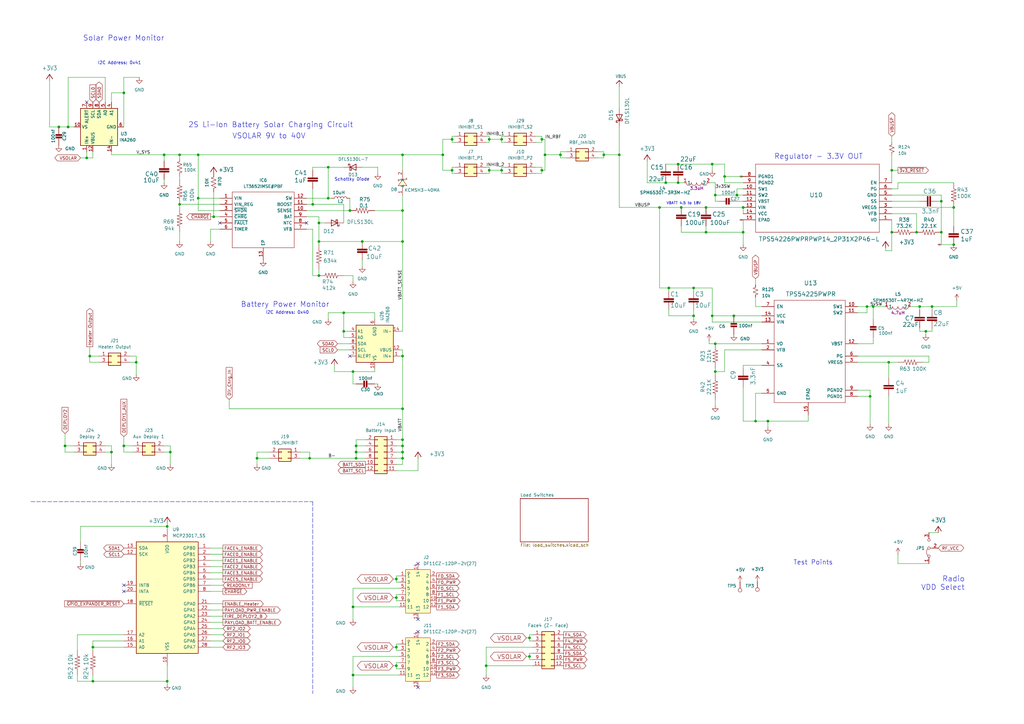
<source format=kicad_sch>
(kicad_sch (version 20250114) (generator "eeschema") (generator_version "9.0")
  (paper "A3")
  (text "I2C Address: 0x41" (at 49.022 25.908 0) (effects (font (size 1.27 1.27))))
  (text "Regulator - 3.3V OUT" (at 317.5 65.532 0) (effects (font (size 2.159 2.159)) (justify left bottom)))
  (text "I2C Address: 0x40" (at 117.856 128.27 0) (effects (font (size 1.27 1.27))))
  (text "Solar Power Monitor" (at 34.036 17.018 0) (effects (font (size 2.159 2.159)) (justify left bottom)))
  (text "Radio\nVDD Select" (at 395.732 242.316 0) (effects (font (size 2.159 2.159)) (justify right bottom)))
  (text "Battery Power Monitor" (at 135.128 126.238 0) (effects (font (size 2.159 2.159)) (justify right bottom)))
  (text "VBATT 4.5 to 18V" (at 273.304 84.074 0) (effects (font (size 1.0668 1.0668)) (justify left bottom)))
  (text "VSOLAR 9V to 40V" (at 95.25 57.15 0) (effects (font (size 2.159 2.159)) (justify left bottom)))
  (text "2S Li-Ion Battery Solar Charging Circuit" (at 77.216 52.578 0) (effects (font (size 2.159 2.159)) (justify left bottom)))
  (text "Schottky Diode\n" (at 151.638 74.422 0) (effects (font (size 1.27 1.27)) (justify right bottom)))
  (text "Test Points" (at 325.374 231.902 0) (effects (font (size 1.905 1.905)) (justify left bottom)))
  (junction (at 165.1 187.96))
  (junction (at 35.56 64.77))
  (junction (at 205.74 57.15))
  (junction (at 293.37 80.01))
  (junction (at 205.74 69.85))
  (junction (at 127 187.96))
  (junction (at 254 63.5))
  (junction (at 300.99 129.54))
  (junction (at 279.4 85.09))
  (junction (at 26.67 182.88))
  (junction (at 73.66 83.82))
  (junction (at 68.58 215.9))
  (junction (at 379.73 135.89))
  (junction (at 302.26 80.01))
  (junction (at 38.1 279.4))
  (junction (at 365.76 69.85))
  (junction (at 165.1 180.34))
  (junction (at 105.41 187.96))
  (junction (at 293.37 140.97))
  (junction (at 134.62 81.28))
  (junction (at 144.78 276.86))
  (junction (at 273.05 74.93))
  (junction (at 375.92 95.25))
  (junction (at 229.87 63.5))
  (junction (at 200.66 57.15))
  (junction (at 377.19 125.73))
  (junction (at 304.8 85.09))
  (junction (at 134.62 68.58))
  (junction (at 128.27 83.82))
  (junction (at 148.59 99.06))
  (junction (at 365.76 95.25))
  (junction (at 391.16 85.09))
  (junction (at 67.31 63.5))
  (junction (at 87.63 88.9))
  (junction (at 165.1 185.42))
  (junction (at 364.49 148.59))
  (junction (at 386.08 95.25))
  (junction (at 165.1 86.36))
  (junction (at 130.81 113.03))
  (junction (at 292.1 129.54))
  (junction (at 81.28 63.5))
  (junction (at 185.42 57.15))
  (junction (at 162.56 237.49))
  (junction (at 81.28 81.28))
  (junction (at 386.08 82.55))
  (junction (at 356.87 162.56))
  (junction (at 50.8 182.88))
  (junction (at 55.88 148.59))
  (junction (at 222.25 57.15))
  (junction (at 199.39 273.05))
  (junction (at 284.48 118.11))
  (junction (at 270.51 85.09))
  (junction (at 146.05 182.88))
  (junction (at 274.32 118.11))
  (junction (at 130.81 91.44))
  (junction (at 165.1 167.64))
  (junction (at 222.25 69.85))
  (junction (at 278.13 67.31))
  (junction (at 314.96 172.72))
  (junction (at 45.72 185.42))
  (junction (at 165.1 99.06))
  (junction (at 140.97 128.27))
  (junction (at 289.56 85.09))
  (junction (at 36.83 146.05))
  (junction (at 38.1 265.43))
  (junction (at 165.1 146.05))
  (junction (at 24.13 52.07))
  (junction (at 289.56 95.25))
  (junction (at 73.66 63.5))
  (junction (at 297.18 72.39))
  (junction (at 162.56 245.11))
  (junction (at 181.61 63.5))
  (junction (at 144.78 152.4))
  (junction (at 185.42 69.85))
  (junction (at 140.97 135.89))
  (junction (at 358.14 125.73))
  (junction (at 247.65 63.5))
  (junction (at 391.16 100.33))
  (junction (at 200.66 69.85))
  (junction (at 165.1 182.88))
  (junction (at 146.05 187.96))
  (junction (at 304.8 95.25))
  (junction (at 68.58 279.4))
  (junction (at 165.1 63.5))
  (junction (at 69.85 185.42))
  (junction (at 217.17 269.24))
  (junction (at 284.48 129.54))
  (junction (at 278.13 74.93))
  (junction (at 217.17 261.62))
  (junction (at 162.56 265.43))
  (junction (at 382.27 125.73))
  (junction (at 292.1 67.31))
  (junction (at 309.88 172.72))
  (junction (at 27.94 52.07))
  (junction (at 223.52 63.5))
  (junction (at 50.8 38.1))
  (junction (at 355.6 125.73))
  (junction (at 144.78 248.92))
  (junction (at 162.56 273.05))
  (junction (at 143.51 86.36))
  (junction (at 130.81 99.06))
  (junction (at 293.37 152.4))
  (junction (at 146.05 185.42))
  (no_connect (at 171.45 254))
  (no_connect (at 50.8 242.57))
  (no_connect (at 125.73 91.44))
  (no_connect (at 171.45 281.94))
  (no_connect (at 171.45 231.14))
  (no_connect (at 90.17 91.44))
  (no_connect (at 143.51 146.05))
  (no_connect (at 171.45 259.08))
  (no_connect (at 50.8 240.03))
  (no_connect (at 35.56 41.91))
  (wire (pts (xy 33.02 64.77) (xy 35.56 64.77)))
  (wire (pts (xy 31.75 276.86) (xy 31.75 279.4)))
  (wire (pts (xy 274.32 119.38) (xy 274.32 118.11)))
  (wire (pts (xy 36.83 146.05) (xy 36.83 148.59)))
  (wire (pts (xy 50.8 182.88) (xy 54.61 182.88)))
  (wire (pts (xy 381 146.05) (xy 381 148.59)))
  (wire (pts (xy 222.25 57.15) (xy 223.52 57.15)))
  (wire (pts (xy 284.48 129.54) (xy 284.48 130.81)))
  (wire (pts (xy 229.87 62.23) (xy 229.87 63.5)))
  (wire (pts (xy 205.74 69.85) (xy 205.74 71.12)))
  (wire (pts (xy 222.25 58.42) (xy 222.25 57.15)))
  (wire (pts (xy 358.14 140.97) (xy 358.14 138.43)))
  (wire (pts (xy 146.05 185.42) (xy 146.05 187.96)))
  (wire (pts (xy 229.87 64.77) (xy 232.41 64.77)))
  (wire (pts (xy 27.94 52.07) (xy 30.48 52.07)))
  (wire (pts (xy 205.74 58.42) (xy 207.01 58.42)))
  (wire (pts (xy 358.14 125.73) (xy 363.22 125.73)))
  (wire (pts (xy 284.48 118.11) (xy 292.1 118.11)))
  (wire (pts (xy 217.17 261.62) (xy 217.17 262.89)))
  (wire (pts (xy 165.1 185.42) (xy 165.1 187.96)))
  (wire (pts (xy 69.85 182.88) (xy 69.85 185.42)))
  (wire (pts (xy 364.49 148.59) (xy 364.49 154.94)))
  (wire (pts (xy 50.8 31.75) (xy 50.8 38.1)))
  (wire (pts (xy 314.96 172.72) (xy 314.96 175.26)))
  (wire (pts (xy 38.1 64.77) (xy 38.1 62.23)))
  (wire (pts (xy 312.42 149.86) (xy 304.8 149.86)))
  (wire (pts (xy 373.38 125.73) (xy 377.19 125.73)))
  (wire (pts (xy 45.72 63.5) (xy 67.31 63.5)))
  (wire (pts (xy 165.1 187.96) (xy 162.56 187.96)))
  (wire (pts (xy 386.08 82.55) (xy 386.08 95.25)))
  (wire (pts (xy 293.37 140.97) (xy 312.42 140.97)))
  (wire (pts (xy 165.1 182.88) (xy 165.1 185.42)))
  (wire (pts (xy 199.39 265.43) (xy 199.39 273.05)))
  (wire (pts (xy 297.18 72.39) (xy 297.18 74.93)))
  (wire (pts (xy 73.66 83.82) (xy 90.17 83.82)))
  (wire (pts (xy 297.18 152.4) (xy 297.18 143.51)))
  (wire (pts (xy 26.67 177.8) (xy 26.67 182.88)))
  (wire (pts (xy 127 187.96) (xy 123.19 187.96)))
  (wire (pts (xy 382.27 125.73) (xy 377.19 125.73)))
  (wire (pts (xy 31.75 260.35) (xy 50.8 260.35)))
  (wire (pts (xy 309.88 114.3) (xy 309.88 116.84)))
  (wire (pts (xy 153.67 86.36) (xy 165.1 86.36)))
  (wire (pts (xy 86.36 237.49) (xy 91.44 237.49)))
  (wire (pts (xy 68.58 215.9) (xy 33.02 215.9)))
  (wire (pts (xy 368.3 231.14) (xy 381 231.14)))
  (wire (pts (xy 165.1 135.89) (xy 163.83 135.89)))
  (wire (pts (xy 130.81 113.03) (xy 128.27 113.03)))
  (wire (pts (xy 140.97 135.89) (xy 143.51 135.89)))
  (wire (pts (xy 375.92 87.63) (xy 375.92 95.25)))
  (wire (pts (xy 43.18 185.42) (xy 45.72 185.42)))
  (wire (pts (xy 149.86 180.34) (xy 146.05 180.34)))
  (wire (pts (xy 128.27 68.58) (xy 128.27 69.85)))
  (wire (pts (xy 223.52 63.5) (xy 223.52 69.85)))
  (wire (pts (xy 223.52 57.15) (xy 223.52 63.5)))
  (wire (pts (xy 199.39 71.12) (xy 200.66 71.12)))
  (wire (pts (xy 20.32 52.07) (xy 24.13 52.07)))
  (wire (pts (xy 165.1 63.5) (xy 165.1 69.85)))
  (wire (pts (xy 217.17 269.24) (xy 217.17 270.51)))
  (wire (pts (xy 205.74 71.12) (xy 207.01 71.12)))
  (wire (pts (xy 185.42 55.88) (xy 185.42 57.15)))
  (wire (pts (xy 134.62 81.28) (xy 135.89 81.28)))
  (wire (pts (xy 217.17 260.35) (xy 218.44 260.35)))
  (wire (pts (xy 110.49 187.96) (xy 105.41 187.96)))
  (wire (pts (xy 278.13 74.93) (xy 280.67 74.93)))
  (wire (pts (xy 162.56 237.49) (xy 162.56 236.22)))
  (wire (pts (xy 149.86 185.42) (xy 146.05 185.42)))
  (wire (pts (xy 87.63 78.74) (xy 87.63 88.9)))
  (wire (pts (xy 312.42 161.29) (xy 309.88 161.29)))
  (wire (pts (xy 86.36 242.57) (xy 91.44 242.57)))
  (wire (pts (xy 382.27 134.62) (xy 382.27 135.89)))
  (wire (pts (xy 134.62 128.27) (xy 134.62 130.81)))
  (wire (pts (xy 162.56 245.11) (xy 162.56 243.84)))
  (wire (pts (xy 391.16 74.93) (xy 368.3 74.93)))
  (wire (pts (xy 309.88 121.92) (xy 309.88 125.73)))
  (wire (pts (xy 38.1 276.86) (xy 38.1 279.4)))
  (wire (pts (xy 67.31 63.5) (xy 73.66 63.5)))
  (wire (pts (xy 86.36 265.43) (xy 91.44 265.43)))
  (wire (pts (xy 304.8 87.63) (xy 304.8 85.09)))
  (wire (pts (xy 45.72 182.88) (xy 45.72 185.42)))
  (wire (pts (xy 355.6 125.73) (xy 358.14 125.73)))
  (wire (pts (xy 304.8 149.86) (xy 304.8 151.13)))
  (wire (pts (xy 146.05 180.34) (xy 146.05 182.88)))
  (wire (pts (xy 162.56 264.16) (xy 163.83 264.16)))
  (wire (pts (xy 293.37 80.01) (xy 302.26 80.01)))
  (wire (pts (xy 162.56 266.7) (xy 163.83 266.7)))
  (wire (pts (xy 148.59 99.06) (xy 165.1 99.06)))
  (wire (pts (xy 153.67 152.4) (xy 153.67 151.13)))
  (wire (pts (xy 67.31 73.66) (xy 67.31 74.93)))
  (wire (pts (xy 292.1 129.54) (xy 300.99 129.54)))
  (wire (pts (xy 377.19 127) (xy 377.19 125.73)))
  (wire (pts (xy 50.8 185.42) (xy 54.61 185.42)))
  (wire (pts (xy 223.52 63.5) (xy 229.87 63.5)))
  (wire (pts (xy 222.25 69.85) (xy 223.52 69.85)))
  (wire (pts (xy 81.28 86.36) (xy 90.17 86.36)))
  (wire (pts (xy 165.1 99.06) (xy 165.1 135.89)))
  (wire (pts (xy 148.59 106.68) (xy 148.59 109.22)))
  (wire (pts (xy 199.39 265.43) (xy 218.44 265.43)))
  (wire (pts (xy 200.66 57.15) (xy 200.66 58.42)))
  (wire (pts (xy 199.39 68.58) (xy 200.66 68.58)))
  (wire (pts (xy 297.18 143.51) (xy 312.42 143.51)))
  (wire (pts (xy 68.58 280.67) (xy 68.58 279.4)))
  (wire (pts (xy 140.97 128.27) (xy 134.62 128.27)))
  (wire (pts (xy 143.51 143.51) (xy 138.43 143.51)))
  (wire (pts (xy 284.48 129.54) (xy 284.48 127)))
  (wire (pts (xy 73.66 64.77) (xy 73.66 63.5)))
  (wire (pts (xy 144.78 276.86) (xy 163.83 276.86)))
  (wire (pts (xy 217.17 270.51) (xy 218.44 270.51)))
  (wire (pts (xy 205.74 55.88) (xy 207.01 55.88)))
  (wire (pts (xy 86.36 88.9) (xy 87.63 88.9)))
  (wire (pts (xy 377.19 135.89) (xy 379.73 135.89)))
  (wire (pts (xy 140.97 83.82) (xy 140.97 91.44)))
  (wire (pts (xy 130.81 99.06) (xy 130.81 100.33)))
  (wire (pts (xy 386.08 80.01) (xy 386.08 82.55)))
  (polyline (pts (xy 12.7 205.74) (xy 128.27 205.74)) (stroke (width 0) (type dash)))
  (wire (pts (xy 200.66 68.58) (xy 200.66 69.85)))
  (wire (pts (xy 217.17 269.24) (xy 217.17 267.97)))
  (polyline (pts (xy 128.27 205.74) (xy 128.27 226.06)) (stroke (width 0) (type dash)))
  (wire (pts (xy 314.96 172.72) (xy 331.47 172.72)))
  (wire (pts (xy 50.8 182.88) (xy 50.8 185.42)))
  (wire (pts (xy 24.13 52.07) (xy 27.94 52.07)))
  (wire (pts (xy 356.87 160.02) (xy 356.87 162.56)))
  (wire (pts (xy 217.17 267.97) (xy 218.44 267.97)))
  (wire (pts (xy 365.76 85.09) (xy 391.16 85.09)))
  (wire (pts (xy 289.56 95.25) (xy 304.8 95.25)))
  (wire (pts (xy 128.27 113.03) (xy 128.27 93.98)))
  (wire (pts (xy 125.73 81.28) (xy 134.62 81.28)))
  (wire (pts (xy 304.8 95.25) (xy 304.8 100.33)))
  (wire (pts (xy 300.99 129.54) (xy 312.42 129.54)))
  (wire (pts (xy 127 187.96) (xy 146.05 187.96)))
  (wire (pts (xy 90.17 88.9) (xy 87.63 88.9)))
  (wire (pts (xy 130.81 91.44) (xy 130.81 99.06)))
  (wire (pts (xy 292.1 118.11) (xy 292.1 129.54)))
  (wire (pts (xy 199.39 273.05) (xy 218.44 273.05)))
  (wire (pts (xy 355.6 128.27) (xy 355.6 125.73)))
  (wire (pts (xy 127 185.42) (xy 127 187.96)))
  (wire (pts (xy 368.3 74.93) (xy 368.3 77.47)))
  (wire (pts (xy 140.97 135.89) (xy 140.97 128.27)))
  (wire (pts (xy 162.56 246.38) (xy 163.83 246.38)))
  (wire (pts (xy 45.72 63.5) (xy 45.72 62.23)))
  (wire (pts (xy 292.1 67.31) (xy 297.18 67.31)))
  (wire (pts (xy 125.73 88.9) (xy 130.81 88.9)))
  (wire (pts (xy 93.98 163.83) (xy 93.98 167.64)))
  (wire (pts (xy 363.22 102.87) (xy 363.22 101.6)))
  (wire (pts (xy 284.48 119.38) (xy 284.48 118.11)))
  (wire (pts (xy 365.76 95.25) (xy 365.76 102.87)))
  (wire (pts (xy 265.43 66.04) (xy 265.43 74.93)))
  (wire (pts (xy 36.83 142.24) (xy 36.83 146.05)))
  (wire (pts (xy 185.42 71.12) (xy 186.69 71.12)))
  (wire (pts (xy 289.56 95.25) (xy 289.56 92.71)))
  (wire (pts (xy 162.56 274.32) (xy 163.83 274.32)))
  (wire (pts (xy 205.74 57.15) (xy 205.74 58.42)))
  (wire (pts (xy 379.73 135.89) (xy 379.73 137.16)))
  (wire (pts (xy 67.31 66.04) (xy 67.31 63.5)))
  (wire (pts (xy 161.29 265.43) (xy 162.56 265.43)))
  (wire (pts (xy 110.49 185.42) (xy 105.41 185.42)))
  (wire (pts (xy 162.56 271.78) (xy 163.83 271.78)))
  (wire (pts (xy 247.65 62.23) (xy 247.65 63.5)))
  (wire (pts (xy 148.59 68.58) (xy 154.94 68.58)))
  (wire (pts (xy 165.1 63.5) (xy 181.61 63.5)))
  (wire (pts (xy 165.1 185.42) (xy 162.56 185.42)))
  (wire (pts (xy 381 148.59) (xy 378.46 148.59)))
  (wire (pts (xy 386.08 100.33) (xy 386.08 95.25)))
  (wire (pts (xy 86.36 250.19) (xy 91.44 250.19)))
  (wire (pts (xy 140.97 113.03) (xy 144.78 113.03)))
  (wire (pts (xy 105.41 187.96) (xy 105.41 190.5)))
  (wire (pts (xy 128.27 93.98) (xy 125.73 93.98)))
  (wire (pts (xy 351.79 146.05) (xy 381 146.05)))
  (wire (pts (xy 162.56 245.11) (xy 162.56 246.38)))
  (wire (pts (xy 130.81 99.06) (xy 148.59 99.06)))
  (wire (pts (xy 200.66 57.15) (xy 205.74 57.15)))
  (wire (pts (xy 365.76 82.55) (xy 377.19 82.55)))
  (wire (pts (xy 200.66 69.85) (xy 200.66 71.12)))
  (wire (pts (xy 38.1 279.4) (xy 68.58 279.4)))
  (wire (pts (xy 270.51 118.11) (xy 274.32 118.11)))
  (wire (pts (xy 165.1 143.51) (xy 165.1 146.05)))
  (wire (pts (xy 153.67 152.4) (xy 144.78 152.4)))
  (wire (pts (xy 73.66 83.82) (xy 73.66 85.09)))
  (wire (pts (xy 50.8 265.43) (xy 38.1 265.43)))
  (wire (pts (xy 365.76 80.01) (xy 386.08 80.01)))
  (wire (pts (xy 199.39 58.42) (xy 200.66 58.42)))
  (wire (pts (xy 53.34 146.05) (xy 55.88 146.05)))
  (wire (pts (xy 90.17 93.98) (xy 86.36 93.98)))
  (wire (pts (xy 181.61 69.85) (xy 185.42 69.85)))
  (wire (pts (xy 144.78 241.3) (xy 144.78 248.92)))
  (wire (pts (xy 351.79 162.56) (xy 356.87 162.56)))
  (wire (pts (xy 365.76 90.17) (xy 365.76 95.25)))
  (wire (pts (xy 384.81 82.55) (xy 386.08 82.55)))
  (wire (pts (xy 130.81 88.9) (xy 130.81 91.44)))
  (wire (pts (xy 128.27 83.82) (xy 125.73 83.82)))
  (wire (pts (xy 143.51 138.43) (xy 140.97 138.43)))
  (wire (pts (xy 68.58 215.9) (xy 68.58 217.17)))
  (wire (pts (xy 86.36 260.35) (xy 91.44 260.35)))
  (wire (pts (xy 53.34 148.59) (xy 55.88 148.59)))
  (polyline (pts (xy 128.27 226.06) (xy 128.27 284.48)) (stroke (width 0) (type dash)))
  (wire (pts (xy 91.44 229.87) (xy 86.36 229.87)))
  (wire (pts (xy 45.72 185.42) (xy 45.72 190.5)))
  (wire (pts (xy 274.32 118.11) (xy 284.48 118.11)))
  (wire (pts (xy 26.67 182.88) (xy 26.67 185.42)))
  (wire (pts (xy 125.73 86.36) (xy 143.51 86.36)))
  (wire (pts (xy 297.18 74.93) (xy 304.8 74.93)))
  (wire (pts (xy 355.6 125.73) (xy 351.79 125.73)))
  (wire (pts (xy 254 85.09) (xy 270.51 85.09)))
  (wire (pts (xy 290.83 139.7) (xy 290.83 140.97)))
  (wire (pts (xy 293.37 74.93) (xy 290.83 74.93)))
  (wire (pts (xy 365.76 102.87) (xy 363.22 102.87)))
  (wire (pts (xy 162.56 237.49) (xy 162.56 238.76)))
  (wire (pts (xy 382.27 135.89) (xy 379.73 135.89)))
  (wire (pts (xy 143.51 81.28) (xy 143.51 86.36)))
  (wire (pts (xy 128.27 77.47) (xy 128.27 83.82)))
  (wire (pts (xy 50.8 38.1) (xy 50.8 52.07)))
  (wire (pts (xy 161.29 273.05) (xy 162.56 273.05)))
  (wire (pts (xy 270.51 85.09) (xy 279.4 85.09)))
  (wire (pts (xy 205.74 68.58) (xy 207.01 68.58)))
  (wire (pts (xy 181.61 63.5) (xy 181.61 69.85)))
  (wire (pts (xy 149.86 182.88) (xy 146.05 182.88)))
  (wire (pts (xy 273.05 74.93) (xy 278.13 74.93)))
  (wire (pts (xy 144.78 152.4) (xy 137.16 152.4)))
  (wire (pts (xy 33.02 215.9) (xy 33.02 222.25)))
  (wire (pts (xy 309.88 125.73) (xy 312.42 125.73)))
  (wire (pts (xy 217.17 262.89) (xy 218.44 262.89)))
  (wire (pts (xy 199.39 55.88) (xy 200.66 55.88)))
  (wire (pts (xy 165.1 99.06) (xy 165.1 86.36)))
  (wire (pts (xy 245.11 62.23) (xy 247.65 62.23)))
  (wire (pts (xy 26.67 182.88) (xy 30.48 182.88)))
  (wire (pts (xy 81.28 63.5) (xy 165.1 63.5)))
  (wire (pts (xy 35.56 64.77) (xy 35.56 62.23)))
  (wire (pts (xy 165.1 146.05) (xy 163.83 146.05)))
  (wire (pts (xy 50.8 179.07) (xy 50.8 182.88)))
  (wire (pts (xy 144.78 113.03) (xy 144.78 115.57)))
  (wire (pts (xy 91.44 234.95) (xy 86.36 234.95)))
  (wire (pts (xy 20.32 33.02) (xy 20.32 52.07)))
  (wire (pts (xy 229.87 62.23) (xy 232.41 62.23)))
  (wire (pts (xy 69.85 185.42) (xy 69.85 190.5)))
  (wire (pts (xy 162.56 273.05) (xy 162.56 274.32)))
  (wire (pts (xy 86.36 255.27) (xy 91.44 255.27)))
  (wire (pts (xy 391.16 85.09) (xy 391.16 92.71)))
  (wire (pts (xy 130.81 110.49) (xy 130.81 113.03)))
  (wire (pts (xy 304.8 158.75) (xy 304.8 172.72)))
  (wire (pts (xy 162.56 190.5) (xy 165.1 190.5)))
  (wire (pts (xy 140.97 138.43) (xy 140.97 135.89)))
  (wire (pts (xy 254 52.07) (xy 254 63.5)))
  (wire (pts (xy 86.36 262.89) (xy 91.44 262.89)))
  (wire (pts (xy 43.18 31.75) (xy 43.18 41.91)))
  (wire (pts (xy 134.62 81.28) (xy 134.62 68.58)))
  (wire (pts (xy 171.45 193.04) (xy 171.45 187.96)))
  (wire (pts (xy 27.94 31.75) (xy 43.18 31.75)))
  (wire (pts (xy 86.36 93.98) (xy 86.36 99.06)))
  (wire (pts (xy 163.83 241.3) (xy 144.78 241.3)))
  (wire (pts (xy 91.44 224.79) (xy 86.36 224.79)))
  (wire (pts (xy 162.56 236.22) (xy 163.83 236.22)))
  (wire (pts (xy 81.28 81.28) (xy 90.17 81.28)))
  (wire (pts (xy 386.08 100.33) (xy 391.16 100.33)))
  (wire (pts (xy 27.94 31.75) (xy 27.94 52.07)))
  (wire (pts (xy 93.98 167.64) (xy 165.1 167.64)))
  (wire (pts (xy 185.42 55.88) (xy 186.69 55.88)))
  (wire (pts (xy 219.71 58.42) (xy 222.25 58.42)))
  (wire (pts (xy 365.76 63.5) (xy 365.76 69.85)))
  (wire (pts (xy 68.58 214.63) (xy 68.58 215.9)))
  (wire (pts (xy 265.43 74.93) (xy 273.05 74.93)))
  (wire (pts (xy 31.75 266.7) (xy 31.75 260.35)))
  (wire (pts (xy 384.81 218.44) (xy 381 218.44)))
  (wire (pts (xy 33.02 231.14) (xy 33.02 229.87)))
  (wire (pts (xy 146.05 157.48) (xy 144.78 157.48)))
  (wire (pts (xy 364.49 148.59) (xy 368.3 148.59)))
  (wire (pts (xy 392.43 125.73) (xy 392.43 123.19)))
  (wire (pts (xy 274.32 129.54) (xy 284.48 129.54)))
  (wire (pts (xy 274.32 127) (xy 274.32 129.54)))
  (wire (pts (xy 364.49 162.56) (xy 364.49 173.99)))
  (wire (pts (xy 331.47 172.72) (xy 331.47 170.18)))
  (wire (pts (xy 222.25 55.88) (xy 219.71 55.88)))
  (wire (pts (xy 38.1 265.43) (xy 38.1 266.7)))
  (wire (pts (xy 57.15 31.75) (xy 50.8 31.75)))
  (wire (pts (xy 185.42 68.58) (xy 185.42 69.85)))
  (wire (pts (xy 351.79 128.27) (xy 355.6 128.27)))
  (wire (pts (xy 68.58 279.4) (xy 68.58 273.05)))
  (wire (pts (xy 292.1 129.54) (xy 292.1 132.08)))
  (wire (pts (xy 289.56 85.09) (xy 304.8 85.09)))
  (wire (pts (xy 254 63.5) (xy 254 85.09)))
  (wire (pts (xy 215.9 269.24) (xy 217.17 269.24)))
  (wire (pts (xy 358.14 125.73) (xy 358.14 130.81)))
  (wire (pts (xy 55.88 146.05) (xy 55.88 148.59)))
  (wire (pts (xy 219.71 71.12) (xy 222.25 71.12)))
  (wire (pts (xy 247.65 63.5) (xy 254 63.5)))
  (wire (pts (xy 165.1 80.01) (xy 165.1 86.36)))
  (wire (pts (xy 365.76 69.85) (xy 365.76 74.93)))
  (wire (pts (xy 292.1 132.08) (xy 312.42 132.08)))
  (wire (pts (xy 293.37 152.4) (xy 293.37 153.67)))
  (wire (pts (xy 356.87 162.56) (xy 356.87 173.99)))
  (wire (pts (xy 149.86 187.96) (xy 146.05 187.96)))
  (wire (pts (xy 73.66 63.5) (xy 81.28 63.5)))
  (wire (pts (xy 165.1 182.88) (xy 162.56 182.88)))
  (wire (pts (xy 35.56 64.77) (xy 38.1 64.77)))
  (wire (pts (xy 38.1 262.89) (xy 38.1 265.43)))
  (wire (pts (xy 162.56 243.84) (xy 163.83 243.84)))
  (wire (pts (xy 293.37 163.83) (xy 293.37 166.37)))
  (wire (pts (xy 36.83 146.05) (xy 40.64 146.05)))
  (wire (pts (xy 161.29 237.49) (xy 162.56 237.49)))
  (wire (pts (xy 165.1 180.34) (xy 162.56 180.34)))
  (wire (pts (xy 73.66 95.25) (xy 73.66 99.06)))
  (wire (pts (xy 309.88 172.72) (xy 314.96 172.72)))
  (wire (pts (xy 140.97 128.27) (xy 153.67 128.27)))
  (wire (pts (xy 91.44 232.41) (xy 86.36 232.41)))
  (wire (pts (xy 382.27 125.73) (xy 392.43 125.73)))
  (wire (pts (xy 45.72 38.1) (xy 45.72 41.91)))
  (wire (pts (xy 304.8 172.72) (xy 309.88 172.72)))
  (wire (pts (xy 302.26 80.01) (xy 302.26 77.47)))
  (wire (pts (xy 278.13 67.31) (xy 292.1 67.31)))
  (wire (pts (xy 309.88 161.29) (xy 309.88 172.72)))
  (wire (pts (xy 200.66 69.85) (xy 205.74 69.85)))
  (wire (pts (xy 134.62 68.58) (xy 140.97 68.58)))
  (wire (pts (xy 67.31 182.88) (xy 69.85 182.88)))
  (wire (pts (xy 144.78 269.24) (xy 144.78 276.86)))
  (wire (pts (xy 382.27 127) (xy 382.27 125.73)))
  (wire (pts (xy 293.37 82.55) (xy 293.37 80.01)))
  (wire (pts (xy 165.1 146.05) (xy 165.1 167.64)))
  (wire (pts (xy 130.81 91.44) (xy 133.35 91.44)))
  (wire (pts (xy 181.61 57.15) (xy 185.42 57.15)))
  (wire (pts (xy 247.65 63.5) (xy 247.65 64.77)))
  (wire (pts (xy 222.25 57.15) (xy 222.25 55.88)))
  (wire (pts (xy 229.87 63.5) (xy 229.87 64.77)))
  (wire (pts (xy 273.05 67.31) (xy 278.13 67.31)))
  (wire (pts (xy 105.41 185.42) (xy 105.41 187.96)))
  (wire (pts (xy 161.29 245.11) (xy 162.56 245.11)))
  (wire (pts (xy 36.83 148.59) (xy 40.64 148.59)))
  (wire (pts (xy 165.1 167.64) (xy 165.1 180.34)))
  (wire (pts (xy 293.37 152.4) (xy 297.18 152.4)))
  (wire (pts (xy 165.1 190.5) (xy 165.1 187.96)))
  (wire (pts (xy 162.56 238.76) (xy 163.83 238.76)))
  (wire (pts (xy 292.1 69.85) (xy 292.1 67.31)))
  (wire (pts (xy 279.4 95.25) (xy 289.56 95.25)))
  (wire (pts (xy 137.16 152.4) (xy 137.16 149.86)))
  (wire (pts (xy 270.51 85.09) (xy 270.51 118.11)))
  (wire (pts (xy 293.37 82.55) (xy 294.64 82.55)))
  (wire (pts (xy 143.51 140.97) (xy 138.43 140.97)))
  (wire (pts (xy 127 185.42) (xy 123.19 185.42)))
  (wire (pts (xy 185.42 58.42) (xy 186.69 58.42)))
  (wire (pts (xy 185.42 69.85) (xy 185.42 71.12)))
  (wire (pts (xy 154.94 157.48) (xy 153.67 157.48)))
  (wire (pts (xy 91.44 227.33) (xy 86.36 227.33)))
  (wire (pts (xy 181.61 63.5) (xy 181.61 57.15)))
  (wire (pts (xy 163.83 143.51) (xy 165.1 143.51)))
  (wire (pts (xy 254 35.56) (xy 254 44.45)))
  (wire (pts (xy 245.11 64.77) (xy 247.65 64.77)))
  (wire (pts (xy 302.26 82.55) (xy 304.8 82.55)))
  (wire (pts (xy 200.66 55.88) (xy 200.66 57.15)))
  (wire (pts (xy 297.18 67.31) (xy 297.18 72.39)))
  (wire (pts (xy 67.31 185.42) (xy 69.85 185.42)))
  (wire (pts (xy 165.1 180.34) (xy 165.1 182.88)))
  (wire (pts (xy 222.25 69.85) (xy 222.25 68.58)))
  (wire (pts (xy 377.19 134.62) (xy 377.19 135.89)))
  (wire (pts (xy 81.28 63.5) (xy 81.28 81.28)))
  (wire (pts (xy 45.72 38.1) (xy 50.8 38.1)))
  (wire (pts (xy 162.56 273.05) (xy 162.56 271.78)))
  (wire (pts (xy 304.8 72.39) (xy 297.18 72.39)))
  (wire (pts (xy 368.3 227.33) (xy 368.3 231.14)))
  (wire (pts (xy 144.78 248.92) (xy 163.83 248.92)))
  (wire (pts (xy 91.44 247.65) (xy 86.36 247.65)))
  (wire (pts (xy 304.8 77.47) (xy 302.26 77.47)))
  (wire (pts (xy 215.9 261.62) (xy 217.17 261.62)))
  (wire (pts (xy 290.83 140.97) (xy 293.37 140.97)))
  (wire (pts (xy 31.75 279.4) (xy 38.1 279.4)))
  (wire (pts (xy 222.25 68.58) (xy 219.71 68.58)))
  (wire (pts (xy 140.97 83.82) (xy 128.27 83.82)))
  (wire (pts (xy 185.42 68.58) (xy 186.69 68.58)))
  (wire (pts (xy 205.74 69.85) (xy 205.74 68.58)))
  (wire (pts (xy 368.3 77.47) (xy 365.76 77.47)))
  (wire (pts (xy 144.78 248.92) (xy 144.78 254)))
  (wire (pts (xy 368.3 69.85) (xy 365.76 69.85)))
  (wire (pts (xy 81.28 81.28) (xy 81.28 86.36)))
  (wire (pts (xy 279.4 95.25) (xy 279.4 92.71)))
  (wire (pts (xy 351.79 148.59) (xy 364.49 148.59)))
  (wire (pts (xy 146.05 182.88) (xy 146.05 185.42)))
  (wire (pts (xy 153.67 128.27) (xy 153.67 130.81)))
  (wire (pts (xy 91.44 240.03) (xy 86.36 240.03)))
  (wire (pts (xy 26.67 185.42) (xy 30.48 185.42)))
  (wire (pts (xy 304.8 80.01) (xy 302.26 80.01)))
  (wire (pts (xy 205.74 57.15) (xy 205.74 55.88)))
  (wire (pts (xy 86.36 252.73) (xy 91.44 252.73)))
  (wire (pts (xy 43.18 182.88) (xy 45.72 182.88)))
  (wire (pts (xy 162.56 265.43) (xy 162.56 266.7)))
  (wire (pts (xy 162.56 193.04) (xy 171.45 193.04)))
  (wire (pts (xy 279.4 85.09) (xy 289.56 85.09)))
  (wire (pts (xy 365.76 55.88) (xy 365.76 58.42)))
  (wire (pts (xy 163.83 269.24) (xy 144.78 269.24)))
  (wire (pts (xy 199.39 273.05) (xy 199.39 276.86)))
  (wire (pts (xy 351.79 140.97) (xy 358.14 140.97)))
  (wire (pts (xy 73.66 72.39) (xy 73.66 73.66)))
  (wire (pts (xy 365.76 87.63) (xy 375.92 87.63)))
  (wire (pts (xy 185.42 57.15) (xy 185.42 58.42)))
  (wire (pts (xy 144.78 276.86) (xy 144.78 281.94)))
  (wire (pts (xy 162.56 265.43) (xy 162.56 264.16)))
  (wire (pts (xy 55.88 148.59) (xy 55.88 153.67)))
  (wire (pts (xy 217.17 261.62) (xy 217.17 260.35)))
  (wire (pts (xy 351.79 160.02) (xy 356.87 160.02)))
  (wire (pts (xy 50.8 262.89) (xy 38.1 262.89)))
  (wire (pts (xy 86.36 257.81) (xy 91.44 257.81)))
  (wire (pts (xy 293.37 151.13) (xy 293.37 152.4)))
  (wire (pts (xy 222.25 71.12) (xy 222.25 69.85)))
  (wire (pts (xy 154.94 68.58) (xy 154.94 71.12)))
  (wire (pts (xy 293.37 80.01) (xy 293.37 74.93)))
  (wire (pts (xy 304.8 90.17) (xy 304.8 95.25)))
  (wire (pts (xy 134.62 68.58) (xy 128.27 68.58)))
  (wire (pts (xy 144.78 157.48) (xy 144.78 152.4)))
  (label "V_SYS" (at 55.88 63.5 0))
  (label "VBUSP" (at 260.35 85.09 0))
  (label "INHIB_1" (at 199.39 55.88 0))
  (label "3v3SW" (at 293.37 77.47 0))
  (label "VBATT" (at 165.1 171.45 270))
  (label "INHIB_2" (at 199.39 68.58 0))
  (label "B-" (at 134.62 187.96 0))
  (label "5vSW" (at 356.87 125.73 0))
  (label "IN_RBF" (at 223.52 57.15 0))
  (label "VBATT_SENSE" (at 165.1 110.49 270))
  (global_label "Heater Output" (shape output) (at 36.83 142.24 90) (property "Intersheetrefs" "${INTERSHEET_REFS}" (effects (hide yes))))
  (global_label "Dir_Chrg_In" (shape input) (at 93.98 163.83 90) (property "Intersheetrefs" "${INTERSHEET_REFS}" (effects (hide yes))))
  (global_label "FACE2_ENABLE" (shape output) (at 91.44 232.41 0) (property "Intersheetrefs" "${INTERSHEET_REFS}" (effects (hide yes))))
  (global_label "F5_PWR" (shape output) (at 231.14 270.51 0) (property "Intersheetrefs" "${INTERSHEET_REFS}" (effects (hide yes))))
  (global_label "F5_SDA" (shape output) (at 231.14 267.97 0) (property "Intersheetrefs" "${INTERSHEET_REFS}" (effects (hide yes))))
  (global_label "VSOLAR" (shape bidirectional) (at 161.29 273.05 180) (effects (font (size 1.778 1.778))) (property "Intersheetrefs" "${INTERSHEET_REFS}" (effects (hide yes))))
  (global_label "GND" (shape bidirectional) (at 304.8 90.17 180) (effects (font (size 0.254 0.254))) (property "Intersheetrefs" "${INTERSHEET_REFS}" (effects (hide yes))))
  (global_label "SDA0" (shape bidirectional) (at 40.64 41.91 90) (property "Intersheetrefs" "${INTERSHEET_REFS}" (effects (hide yes))))
  (global_label "FACE5_ENABLE" (shape output) (at 91.44 237.49 0) (property "Intersheetrefs" "${INTERSHEET_REFS}" (effects (hide yes))))
  (global_label "F2_SDA" (shape output) (at 179.07 264.16 0) (property "Intersheetrefs" "${INTERSHEET_REFS}" (effects (hide yes))))
  (global_label "RF2_IO1" (shape bidirectional) (at 91.44 260.35 0) (property "Intersheetrefs" "${INTERSHEET_REFS}" (effects (hide yes))))
  (global_label "F3_SDA" (shape output) (at 179.07 276.86 0) (property "Intersheetrefs" "${INTERSHEET_REFS}" (effects (hide yes))))
  (global_label "F0_SDA" (shape output) (at 179.07 236.22 0) (property "Intersheetrefs" "${INTERSHEET_REFS}" (effects (hide yes))))
  (global_label "VBUSP" (shape bidirectional) (at 365.76 55.88 90) (property "Intersheetrefs" "${INTERSHEET_REFS}" (effects (hide yes))))
  (global_label "F4_SCL" (shape output) (at 231.14 265.43 0) (property "Intersheetrefs" "${INTERSHEET_REFS}" (effects (hide yes))))
  (global_label "F3_SCL" (shape output) (at 179.07 271.78 0) (property "Intersheetrefs" "${INTERSHEET_REFS}" (effects (hide yes))))
  (global_label "SCL0" (shape input) (at 38.1 41.91 90) (property "Intersheetrefs" "${INTERSHEET_REFS}" (effects (hide yes))))
  (global_label "PAYLOAD_BATT_ENABLE" (shape output) (at 91.44 255.27 0) (property "Intersheetrefs" "${INTERSHEET_REFS}" (effects (hide yes))))
  (global_label "VSOLAR" (shape bidirectional) (at 161.29 265.43 180) (effects (font (size 1.778 1.778))) (property "Intersheetrefs" "${INTERSHEET_REFS}" (effects (hide yes))))
  (global_label "RF_VCC" (shape bidirectional) (at 384.81 224.79 0) (property "Intersheetrefs" "${INTERSHEET_REFS}" (effects (hide yes))))
  (global_label "SCL0" (shape input) (at 138.43 143.51 180) (property "Intersheetrefs" "${INTERSHEET_REFS}" (effects (hide yes))))
  (global_label "F3_PWR" (shape output) (at 179.07 274.32 0) (property "Intersheetrefs" "${INTERSHEET_REFS}" (effects (hide yes))))
  (global_label "~{GPIO_EXPANDER_RESET}" (shape input) (at 50.8 247.65 180) (property "Intersheetrefs" "${INTERSHEET_REFS}" (effects (hide yes))))
  (global_label "VBUSP" (shape bidirectional) (at 309.88 114.3 90) (property "Intersheetrefs" "${INTERSHEET_REFS}" (effects (hide yes))))
  (global_label "PAYLOAD_PWR_ENABLE" (shape output) (at 91.44 250.19 0) (property "Intersheetrefs" "${INTERSHEET_REFS}" (effects (hide yes))))
  (global_label "VSOLAR" (shape bidirectional) (at 215.9 269.24 180) (effects (font (size 1.778 1.778))) (property "Intersheetrefs" "${INTERSHEET_REFS}" (effects (hide yes))))
  (global_label "F0_SCL" (shape output) (at 179.07 241.3 0) (property "Intersheetrefs" "${INTERSHEET_REFS}" (effects (hide yes))))
  (global_label "SDA0" (shape bidirectional) (at 138.43 140.97 180) (property "Intersheetrefs" "${INTERSHEET_REFS}" (effects (hide yes))))
  (global_label "FACE3_ENABLE" (shape output) (at 91.44 234.95 0) (property "Intersheetrefs" "${INTERSHEET_REFS}" (effects (hide yes))))
  (global_label "BATT_SCL" (shape output) (at 149.86 193.04 180) (property "Intersheetrefs" "${INTERSHEET_REFS}" (effects (hide yes))))
  (global_label "GND" (shape bidirectional) (at 304.8 72.39 180) (effects (font (size 0.254 0.254))) (property "Intersheetrefs" "${INTERSHEET_REFS}" (effects (hide yes))))
  (global_label "F5_SCL" (shape output) (at 231.14 273.05 0) (property "Intersheetrefs" "${INTERSHEET_REFS}" (effects (hide yes))))
  (global_label "BATT_SDA" (shape output) (at 149.86 190.5 180) (property "Intersheetrefs" "${INTERSHEET_REFS}" (effects (hide yes))))
  (global_label "FACE1_ENABLE" (shape output) (at 91.44 229.87 0) (property "Intersheetrefs" "${INTERSHEET_REFS}" (effects (hide yes))))
  (global_label "SDA1" (shape bidirectional) (at 50.8 224.79 180) (property "Intersheetrefs" "${INTERSHEET_REFS}" (effects (hide yes))))
  (global_label "F4_PWR" (shape output) (at 231.14 262.89 0) (property "Intersheetrefs" "${INTERSHEET_REFS}" (effects (hide yes))))
  (global_label "RF2_IO0" (shape bidirectional) (at 91.44 262.89 0) (property "Intersheetrefs" "${INTERSHEET_REFS}" (effects (hide yes))))
  (global_label "SCL1" (shape bidirectional) (at 50.8 227.33 180) (property "Intersheetrefs" "${INTERSHEET_REFS}" (effects (hide yes))))
  (global_label "~{3v3_RESET}" (shape output) (at 368.3 69.85 0) (property "Intersheetrefs" "${INTERSHEET_REFS}" (effects (hide yes))))
  (global_label "F2_SCL" (shape output) (at 179.07 269.24 0) (property "Intersheetrefs" "${INTERSHEET_REFS}" (effects (hide yes))))
  (global_label "F1_SDA" (shape output) (at 179.07 248.92 0) (property "Intersheetrefs" "${INTERSHEET_REFS}" (effects (hide yes))))
  (global_label "ENABLE_Heater" (shape output) (at 91.44 247.65 0) (property "Intersheetrefs" "${INTERSHEET_REFS}" (effects (hide yes))))
  (global_label "VSOLAR" (shape bidirectional) (at 33.02 64.77 180) (property "Intersheetrefs" "${INTERSHEET_REFS}" (effects (hide yes))))
  (global_label "READONLY" (shape input) (at 91.44 240.03 0) (property "Intersheetrefs" "${INTERSHEET_REFS}" (effects (hide yes))))
  (global_label "DEPLOY2" (shape input) (at 26.67 177.8 90) (property "Intersheetrefs" "${INTERSHEET_REFS}" (effects (hide yes))))
  (global_label "FIRE_DEPLOY2_B" (shape output) (at 91.44 252.73 0) (property "Intersheetrefs" "${INTERSHEET_REFS}" (effects (hide yes))))
  (global_label "VSOLAR" (shape bidirectional) (at 215.9 261.62 180) (effects (font (size 1.778 1.778))) (property "Intersheetrefs" "${INTERSHEET_REFS}" (effects (hide yes))))
  (global_label "RF2_IO2" (shape bidirectional) (at 91.44 257.81 0) (property "Intersheetrefs" "${INTERSHEET_REFS}" (effects (hide yes))))
  (global_label "FACE4_ENABLE" (shape output) (at 91.44 224.79 0) (property "Intersheetrefs" "${INTERSHEET_REFS}" (effects (hide yes))))
  (global_label "~{CHARGE}" (shape output) (at 86.36 88.9 180) (property "Intersheetrefs" "${INTERSHEET_REFS}" (effects (hide yes))))
  (global_label "~{CHARGE}" (shape output) (at 91.44 242.57 0) (property "Intersheetrefs" "${INTERSHEET_REFS}" (effects (hide yes))))
  (global_label "F0_PWR" (shape output) (at 179.07 238.76 0) (property "Intersheetrefs" "${INTERSHEET_REFS}" (effects (hide yes))))
  (global_label "F1_SCL" (shape output) (at 179.07 243.84 0) (property "Intersheetrefs" "${INTERSHEET_REFS}" (effects (hide yes))))
  (global_label "RF2_IO3" (shape bidirectional) (at 91.44 265.43 0) (property "Intersheetrefs" "${INTERSHEET_REFS}" (effects (hide yes))))
  (global_label "GND" (shape bidirectional) (at 386.08 100.33 180) (effects (font (size 0.254 0.254))) (property "Intersheetrefs" "${INTERSHEET_REFS}" (effects (hide yes))))
  (global_label "VSOLAR" (shape bidirectional) (at 161.29 237.49 180) (effects (font (size 1.778 1.778))) (property "Intersheetrefs" "${INTERSHEET_REFS}" (effects (hide yes))))
  (global_label "DEPLOY1_AUX" (shape input) (at 50.8 179.07 90) (property "Intersheetrefs" "${INTERSHEET_REFS}" (effects (hide yes))))
  (global_label "F4_SDA" (shape output) (at 231.14 260.35 0) (property "Intersheetrefs" "${INTERSHEET_REFS}" (effects (hide yes))))
  (global_label "F1_PWR" (shape output) (at 179.07 246.38 0) (property "Intersheetrefs" "${INTERSHEET_REFS}" (effects (hide yes))))
  (global_label "VSOLAR" (shape bidirectional) (at 161.29 245.11 180) (effects (font (size 1.778 1.778))) (property "Intersheetrefs" "${INTERSHEET_REFS}" (effects (hide yes))))
  (global_label "FACE0_ENABLE" (shape output) (at 91.44 227.33 0) (property "Intersheetrefs" "${INTERSHEET_REFS}" (effects (hide yes))))
  (global_label "F2_PWR" (shape output) (at 179.07 266.7 0) (property "Intersheetrefs" "${INTERSHEET_REFS}" (effects (hide yes))))
  (symbol (lib_id "power:GND") (at 86.36 99.06 0) (unit 1)
    (property "Reference" "#PWR0103" (effects (hide yes)))
    (property "Value" "GND" (at 86.36 104.14 0))
  )
  (symbol (lib_id "Connector:TestPoint") (at 310.642 238.506 180) (unit 1)
    (property "Reference" "TP3" (at 309.372 240.284 0) (effects (justify left)))
    (property "Value" "TestPoint" (effects (hide yes)))
    (property "Footprint" "TestPoint:TestPoint_Loop_D1.80mm_Drill1.0mm_Beaded" (effects (hide yes)))
  )
  (symbol (lib_id "power:GND") (at 364.49 173.99 0) (unit 1)
    (property "Reference" "#PWR025" (effects (hide yes)))
    (property "Value" "GND" (at 364.49 179.07 0))
  )
  (symbol (lib_id "mainboard:R-US_R0603") (at 135.89 113.03 180) (unit 1)
    (property "Reference" "R74" (at 132.08 115.57 0) (effects (font (size 1.4986 1.4986)) (justify right)))
    (property "Value" "412k" (at 132.08 118.11 0) (effects (font (size 1.4986 1.4986)) (justify right)))
    (property "Footprint" "Resistor_SMD:R_0603_1608Metric" (effects (hide yes)))
    (property "Description" "787K 0603" (effects (hide yes)))
  )
  (symbol (lib_id "Adafruit ItsyBitsy RP2040-eagle-import:+3V3") (at 171.45 185.42 0) (unit 1)
    (property "Reference" "#+3V026" (effects (hide yes)))
    (property "Value" "+3V3" (at 176.022 186.182 0) (effects (font (size 1.778 1.5113)) (justify left)))
    (property "Footprint" "Adafruit ItsyBitsy RP2040:" (effects (hide yes)))
  )
  (symbol (lib_id "Connector_Generic:Conn_02x02_Odd_Even") (at 118.11 185.42 0) (mirror y) (unit 1)
    (property "Reference" "J19" (at 116.84 179.07 0))
    (property "Value" "ISS_INHIBIT" (at 116.84 181.61 0))
    (property "Footprint" "Connector_Hirose:Hirose_DF11-4DP-2DSA_2x02_P2.00mm_Vertical" (effects (hide yes)))
    (property "Description" "Generic connector, double row, 02x02, odd/even pin numbering scheme (row 1 odd numbers, row 2 even numbers), script generated (kicad-library-utils/schlib/autogen/connector/)" (effects (hide yes)))
  )
  (symbol (lib_id "Adafruit ItsyBitsy RP2040-eagle-import:CAP_CERAMIC_0402NO") (at 33.02 227.33 0) (unit 1)
    (property "Reference" "C39" (at 30.73 226.08 90))
    (property "Value" "100nf" (at 35.32 226.08 90))
    (property "Footprint" "Capacitor_SMD:C_0402_1005Metric" (effects (hide yes)))
  )
  (symbol (lib_id "Connector_Generic:Conn_02x06_Odd_Even") (at 157.48 185.42 0) (mirror y) (unit 1)
    (property "Reference" "J14" (at 156.21 173.99 0))
    (property "Value" "Battery Input" (at 156.21 176.53 0))
    (property "Footprint" "Connector_Hirose:Hirose_DF11-12DP-2DSA_2x06_P2.00mm_Vertical" (effects (hide yes)))
    (property "Description" "Generic connector, double row, 02x06, odd/even pin numbering scheme (row 1 odd numbers, row 2 even numbers), script generated (kicad-library-utils/schlib/autogen/connector/)" (effects (hide yes)))
  )
  (symbol (lib_id "power:GND") (at 154.94 71.12 0) (unit 1)
    (property "Reference" "#PWR0108" (effects (hide yes)))
    (property "Value" "GND" (at 154.94 76.2 0))
  )
  (symbol (lib_id "Adafruit ItsyBitsy RP2040-eagle-import:CAP_CERAMIC_0402NO") (at 151.13 157.48 90) (unit 1)
    (property "Reference" "C30" (at 149.88 159.77 90))
    (property "Value" "100nf" (at 149.88 155.18 90))
    (property "Footprint" "Capacitor_SMD:C_0402_1005Metric" (effects (hide yes)))
  )
  (symbol (lib_id "power:GND") (at 144.78 281.94 0) (unit 1)
    (property "Reference" "#PWR0166" (effects (hide yes)))
    (property "Value" "GND" (at 139.7 283.464 0))
  )
  (symbol (lib_id "power:GND") (at 134.62 130.81 0) (unit 1)
    (property "Reference" "#PWR0109" (effects (hide yes)))
    (property "Value" "GND" (at 128.016 132.08 0) (effects (justify left)))
  )
  (symbol (lib_id "Adafruit ItsyBitsy RP2040-eagle-import:+3V3") (at 87.63 68.58 0) (unit 1)
    (property "Reference" "#+3V019" (effects (hide yes)))
    (property "Value" "+3V3" (at 92.71 69.596 0) (effects (font (size 1.778 1.5113))))
    (property "Footprint" "Adafruit ItsyBitsy RP2040:" (effects (hide yes)))
  )
  (symbol (lib_id "power:+5V") (at 303.53 238.76 0) (unit 1)
    (property "Reference" "#PWR054" (effects (hide yes)))
    (property "Value" "+5V" (at 303.53 233.68 0))
    (property "Description" "Power symbol creates a global label with name \"+5V\"" (effects (hide yes)))
  )
  (symbol (lib_id "power:GND") (at 356.87 173.99 0) (unit 1)
    (property "Reference" "#PWR024" (effects (hide yes)))
    (property "Value" "GND" (at 356.87 179.07 0))
  )
  (symbol (lib_id "mainboard:RESISTOR0603") (at 31.75 271.78 90) (unit 1)
    (property "Reference" "R52" (at 29.972 276.098 0) (effects (font (size 1.778 1.778)) (justify bottom)))
    (property "Value" "10k" (at 27.94 270.51 0) (effects (font (size 1.778 1.778)) (justify top)))
    (property "Footprint" "Resistor_SMD:R_0603_1608Metric" (effects (hide yes)))
    (property "Description" "100K 0603" (effects (hide yes)))
  )
  (symbol (lib_id "mainboard:10UF-0603-6.3V-20%") (at 128.27 74.93 0) (unit 1)
    (property "Reference" "C41" (at 120.65 71.882 0) (effects (font (size 1.778 1.778)) (justify left bottom)))
    (property "Value" "1uF" (at 120.65 74.93 0) (effects (font (size 1.778 1.778)) (justify left bottom)))
    (property "Footprint" "Capacitor_SMD:C_0603_1608Metric" (effects (hide yes)))
    (property "Description" "10uF +-20% 10V X5R" (effects (hide yes)))
  )
  (symbol (lib_id "Adafruit ItsyBitsy RP2040-eagle-import:+3V3") (at 384.81 215.9 0) (mirror y) (unit 1)
    (property "Reference" "#+3V018" (effects (hide yes)))
    (property "Value" "+3V3" (at 384.81 213.36 0) (effects (font (size 1.778 1.5113))))
    (property "Footprint" "Adafruit ItsyBitsy RP2040:" (effects (hide yes)))
  )
  (symbol (lib_id "mainboard:1.0UF-0603-16V-10%") (at 391.16 97.79 0) (unit 1)
    (property "Reference" "C37" (at 393.9032 94.9706 0) (effects (font (size 1.778 1.778)) (justify left)))
    (property "Value" "1uF" (at 393.9032 98.044 0) (effects (font (size 1.778 1.778)) (justify left)))
    (property "Footprint" "Capacitor_SMD:C_0603_1608Metric" (effects (hide yes)))
    (property "Description" "1uF 0603 X7R" (effects (hide yes)))
  )
  (symbol (lib_id "power:GND") (at 67.31 74.93 0) (unit 1)
    (property "Reference" "#PWR097" (effects (hide yes)))
    (property "Value" "GND" (at 67.31 80.01 0))
  )
  (symbol (lib_id "power:GND") (at 379.73 137.16 0) (unit 1)
    (property "Reference" "#PWR028" (effects (hide yes)))
    (property "Value" "GND" (at 379.73 142.24 0))
  )
  (symbol (lib_id "Device:D_Schottky") (at 144.78 68.58 0) (unit 1)
    (property "Reference" "D13" (at 144.78 71.628 0))
    (property "Value" "DFLS130L-7" (at 144.78 65.278 0))
    (property "Footprint" "Diode_SMD:D_PowerDI-123" (effects (hide yes)))
  )
  (symbol (lib_id "power:GND") (at 293.37 166.37 0) (unit 1)
    (property "Reference" "#PWR011" (effects (hide yes)))
    (property "Value" "GND" (at 293.37 171.45 0))
  )
  (symbol (lib_id "mainboard:10UF-0603-6.3V-20%") (at 67.31 71.12 0) (unit 1)
    (property "Reference" "C40" (at 59.436 72.39 0) (effects (font (size 1.778 1.778)) (justify left bottom)))
    (property "Value" "10uF" (at 58.674 74.93 0) (effects (font (size 1.778 1.778)) (justify left bottom)))
    (property "Footprint" "Capacitor_SMD:C_0603_1608Metric" (effects (hide yes)))
    (property "Description" "10uF +-20% 10V X5R" (effects (hide yes)))
  )
  (symbol (lib_id "power:GND") (at 284.48 130.81 0) (unit 1)
    (property "Reference" "#PWR09" (effects (hide yes)))
    (property "Value" "GND" (at 284.48 135.89 0))
  )
  (symbol (lib_id "power:GND") (at 45.72 190.5 0) (unit 1)
    (property "Reference" "#PWR060" (effects (hide yes)))
    (property "Value" "GND" (at 41.91 192.024 0))
    (property "Description" "Power symbol creates a global label with name \"GND\" , ground" (effects (hide yes)))
  )
  (symbol (lib_id "Adafruit ItsyBitsy RP2040-eagle-import:+3V3") (at 363.22 99.06 0) (unit 1)
    (property "Reference" "#+3V017" (effects (hide yes)))
    (property "Value" "+3V3" (at 371.856 99.314 0) (effects (font (size 1.778 1.5113))))
    (property "Footprint" "Adafruit ItsyBitsy RP2040:" (effects (hide yes)))
  )
  (symbol (lib_id "Adafruit ItsyBitsy RP2040-eagle-import:+3V3") (at 20.32 30.48 0) (unit 1)
    (property "Reference" "#+3V020" (effects (hide yes)))
    (property "Value" "+3V3" (at 20.32 27.94 0) (effects (font (size 1.778 1.5113))))
    (property "Footprint" "Adafruit ItsyBitsy RP2040:" (effects (hide yes)))
  )
  (symbol (lib_id "mainboard:22UF-0805-6.3V-20%") (at 377.19 132.08 0) (unit 1)
    (property "Reference" "C7" (at 371.094 131.572 0) (effects (font (size 1.778 1.778)) (justify left bottom)))
    (property "Value" "22uF" (at 370.078 134.112 0) (effects (font (size 1.778 1.778)) (justify left bottom)))
    (property "Footprint" "Capacitor_SMD:C_0603_1608Metric" (effects (hide yes)))
    (property "Description" "22uF +-20% 10V X5R" (effects (hide yes)))
  )
  (symbol (lib_id "power:+5V") (at 290.83 139.7 0) (unit 1)
    (property "Reference" "#PWR010" (effects (hide yes)))
    (property "Value" "+5V" (at 290.83 134.62 0))
    (property "Description" "Power symbol creates a global label with name \"+5V\"" (effects (hide yes)))
  )
  (symbol (lib_id "mainboard:R-US_R0603") (at 130.81 105.41 90) (unit 1)
    (property "Reference" "R71" (at 132.588 103.632 90) (effects (font (size 1.4986 1.4986)) (justify right)))
    (property "Value" "634k" (at 132.588 106.934 90) (effects (font (size 1.4986 1.4986)) (justify right)))
    (property "Footprint" "Resistor_SMD:R_0603_1608Metric" (effects (hide yes)))
    (property "Description" "787K 0603" (effects (hide yes)))
  )
  (symbol (lib_id "mainboard:RESISTOR0603") (at 38.1 271.78 90) (unit 1)
    (property "Reference" "R24" (at 36.322 276.098 0) (effects (font (size 1.778 1.778)) (justify bottom)))
    (property "Value" "10k" (at 34.29 270.51 0) (effects (font (size 1.778 1.778)) (justify top)))
    (property "Footprint" "Resistor_SMD:R_0603_1608Metric" (effects (hide yes)))
    (property "Description" "100K 0603" (effects (hide yes)))
  )
  (symbol (lib_id "Adafruit ItsyBitsy RP2040-eagle-import:CAP_CERAMIC_0402NO") (at 299.72 82.55 90) (unit 1)
    (property "Reference" "C27" (at 301.498 81.534 90))
    (property "Value" "100nf" (at 298.704 78.994 90))
    (property "Footprint" "Capacitor_SMD:C_0402_1005Metric" (effects (hide yes)))
  )
  (symbol (lib_id "easyeda2kicad:DF11CZ-12DP-2V(27)") (at 171.45 270.51 0) (unit 1)
    (property "Reference" "J11" (at 173.5933 256.54 0) (effects (justify left)))
    (property "Value" "DF11CZ-12DP-2V(27)" (at 173.5933 259.08 0) (effects (justify left)))
    (property "Footprint" "easyeda2kicad:CONN-SMD_12P-P2.00_DF11CZ-12DP" (effects (hide yes)))
    (property "LCSC Part" "C17223851" (effects (hide yes)))
  )
  (symbol (lib_id "easyeda2kicad:SPM6530T-4R7M-HZ") (at 368.3 125.73 0) (unit 1)
    (property "Reference" "L5" (at 368.3 120.65 0))
    (property "Value" "SPM6530T-4R7M-HZ" (at 368.3 123.19 0))
    (property "Footprint" "easyeda2kicad:IND-SMD_L7.1-W6.5-P5.60" (effects (hide yes)))
    (property "Datasheet" "https://lcsc.com/product-detail/Others_TDK-SPM6530T-4R7M-HZ_C360729.html" (effects (hide yes)))
    (property "Description" "4.7uH" (at 368.3 128.27 0))
    (property "LCSC Part" "C360729" (effects (hide yes)))
  )
  (symbol (lib_id "power:+3V3") (at 310.642 238.506 0) (unit 1)
    (property "Reference" "#PWR064" (effects (hide yes)))
    (property "Value" "+3V3" (at 310.642 233.426 0))
  )
  (symbol (lib_id "power:+5V") (at 368.3 227.33 0) (unit 1)
    (property "Reference" "#PWR043" (effects (hide yes)))
    (property "Value" "+5V" (at 368.3 222.25 0))
    (property "Description" "Power symbol creates a global label with name \"+5V\"" (effects (hide yes)))
  )
  (symbol (lib_id "power:GND") (at 304.8 100.33 0) (unit 1)
    (property "Reference" "#PWR036" (effects (hide yes)))
    (property "Value" "GND" (at 304.8 105.41 0))
  )
  (symbol (lib_id "power:GND") (at 105.41 190.5 0) (mirror y) (unit 1)
    (property "Reference" "#PWR037" (effects (hide yes)))
    (property "Value" "GND" (at 109.22 192.024 0))
    (property "Description" "Power symbol creates a global label with name \"GND\" , ground" (effects (hide yes)))
  )
  (symbol (lib_id "Interface_Expansion:MCP23017_SS") (at 68.58 245.11 0) (unit 1)
    (property "Reference" "U9" (at 70.7233 217.17 0) (effects (justify left)))
    (property "Value" "MCP23017_SS" (at 70.7233 219.71 0) (effects (justify left)))
    (property "Footprint" "Package_SO:SSOP-28_5.3x10.2mm_P0.65mm" (effects (hide yes)))
    (property "Datasheet" "https://ww1.microchip.com/downloads/aemDocuments/documents/APID/ProductDocuments/DataSheets/MCP23017-Data-Sheet-DS20001952.pdf" (effects (hide yes)))
    (property "Description" "16-bit I/O expander, I2C, interrupts, w pull-ups, SSOP-28" (effects (hide yes)))
  )
  (symbol (lib_id "power:GND") (at 24.13 59.69 0) (unit 1)
    (property "Reference" "#PWR0112" (effects (hide yes)))
    (property "Value" "GND" (at 26.67 60.9599 0) (effects (justify left)))
  )
  (symbol (lib_id "Connector_Generic:Conn_02x02_Odd_Even") (at 191.77 55.88 0) (unit 1)
    (property "Reference" "J8" (at 193.04 49.53 0))
    (property "Value" "INHIBIT_S1" (at 193.04 52.07 0))
    (property "Footprint" "Connector_Hirose:Hirose_DF11-4DP-2DSA_2x02_P2.00mm_Vertical" (effects (hide yes)))
    (property "Description" "Generic connector, double row, 02x02, odd/even pin numbering scheme (row 1 odd numbers, row 2 even numbers), script generated (kicad-library-utils/schlib/autogen/connector/)" (effects (hide yes)))
  )
  (symbol (lib_id "Adafruit ItsyBitsy RP2040-eagle-import:CAP_CERAMIC_0402NO") (at 300.99 132.08 180) (unit 1)
    (property "Reference" "C6" (at 296.164 133.858 0))
    (property "Value" "100nf" (at 305.816 133.604 0))
    (property "Footprint" "Capacitor_SMD:C_0402_1005Metric" (effects (hide yes)))
  )
  (symbol (lib_id "mainboard:22UF-0805-6.3V-20%") (at 273.05 72.39 0) (unit 1)
    (property "Reference" "C15" (at 266.7 69.596 0) (effects (font (size 1.778 1.778)) (justify left bottom)))
    (property "Value" "22uF" (at 265.938 74.422 0) (effects (font (size 1.778 1.778)) (justify left bottom)))
    (property "Footprint" "Capacitor_SMD:C_0603_1608Metric" (effects (hide yes)))
    (property "Description" "22uF +-20% 10V X5R" (effects (hide yes)))
  )
  (symbol (lib_id "power:GND") (at 107.95 106.68 0) (unit 1)
    (property "Reference" "#PWR0104" (effects (hide yes)))
    (property "Value" "GND" (at 107.95 111.76 0))
  )
  (symbol (lib_id "mainboard:R-US_R0603") (at 148.59 86.36 180) (unit 1)
    (property "Reference" "R75" (at 147.32 81.788 0) (effects (font (size 1.4986 1.4986)) (justify right)))
    (property "Value" "0.1" (at 147.32 84.328 0) (effects (font (size 1.4986 1.4986)) (justify right)))
    (property "Footprint" "Resistor_SMD:R_2512_6332Metric" (effects (hide yes)))
    (property "Description" "787K 0603" (effects (hide yes)))
  )
  (symbol (lib_id "Device:D_Schottky") (at 254 48.26 90) (unit 1)
    (property "Reference" "D15" (at 251.46 49.53 0) (effects (font (size 1.4986 1.4986)) (justify left bottom)))
    (property "Value" "DFLS130L" (at 258.064 51.054 0) (effects (font (size 1.4986 1.4986)) (justify left bottom)))
    (property "Footprint" "Diode_SMD:D_PowerDI-123" (effects (hide yes)))
    (property "Datasheet" "https://www.diodes.com/assets/Datasheets/DFLS130L.pdf" (effects (hide yes)))
    (property "Description" "Schottky diode" (effects (hide yes)))
    (property "Flight" "DFLS130L-7" (effects (hide yes)))
    (property "Manufacturer_Name" "Diodes Incorporated" (effects (hide yes)))
    (property "Manufacturer_Part_Number" "DFLS130L-7" (effects (hide yes)))
    (property "Proto" "DFLS130L" (effects (hide yes)))
    (property "DNI" "DNI" (effects (hide yes)))
  )
  (symbol (lib_id "Device:R_US") (at 87.63 74.93 0) (mirror y) (unit 1)
    (property "Reference" "R70" (at 90.17 72.39 90) (effects (justify right)))
    (property "Value" "10K" (at 84.836 72.898 90) (effects (justify right)))
    (property "Footprint" "Resistor_SMD:R_0603_1608Metric" (effects (hide yes)))
    (property "Description" "100K 0603" (effects (hide yes)))
  )
  (symbol (lib_name "TPS54226PWPRPWP14_2P31X2P46-L_1") (lib_id "mainboard:TPS54226PWPRPWP14_2P31X2P46-L") (at 309.88 128.27 0) (unit 1)
    (property "Reference" "U13" (at 329.692 117.094 0) (effects (font (size 1.7526 1.7526)) (justify left bottom)))
    (property "Value" "TPS54225PWPR" (at 342.9 119.634 0) (effects (font (size 1.7526 1.7526)) (justify right top)))
    (property "Footprint" "MaxLib:PWP14_2P31X2P46-L" (effects (hide yes)))
    (property "Datasheet" "https://www.ti.com/lit/gpn/tps54226" (effects (hide yes)))
    (property "Description" "3.3V Switching Regulator" (effects (hide yes)))
    (property "Flight" "TPS54226PWPR" (effects (hide yes)))
    (property "Manufacturer_Name" "Texas Instruments" (effects (hide yes)))
    (property "Manufacturer_Part_Number" "TPS54226PWPR" (effects (hide yes)))
    (property "Proto" "TPS54226PWPR" (effects (hide yes)))
  )
  (symbol (lib_id "Device:R_US") (at 73.66 68.58 0) (mirror y) (unit 1)
    (property "Reference" "R65" (at 74.93 67.564 0) (effects (justify right)))
    (property "Value" "100K" (at 75.3872 69.723 0) (effects (justify right)))
    (property "Footprint" "Resistor_SMD:R_0603_1608Metric" (effects (hide yes)))
    (property "Description" "200K 0603" (effects (hide yes)))
  )
  (symbol (lib_id "power:GND") (at 73.66 99.06 0) (unit 1)
    (property "Reference" "#PWR098" (effects (hide yes)))
    (property "Value" "GND" (at 73.66 104.14 0))
  )
  (symbol (lib_id "LT3652IMSE#PBF:LT3652IMSE#PBF") (at 90.17 81.28 0) (unit 1)
    (property "Reference" "IC6" (at 107.95 73.914 0))
    (property "Value" "LT3652IMSE#PBF" (at 107.95 76.454 0))
    (property "Footprint" "Package_SO:MSOP-12-1EP_3x4mm_P0.65mm_EP1.65x2.85mm" (effects (hide yes)))
    (property "Datasheet" "https://www.analog.com/media/en/technical-documentation/data-sheets/3652fe.pdf" (effects (hide yes)))
    (property "Description" "Battery Management Power Tracking 2A Battery Charger for Solar Power" (effects (hide yes)))
    (property "Height" "1.1" (effects (hide yes)))
    (property "Mouser Part Number" "584-LT3652IMSE#PBF" (effects (hide yes)))
    (property "Mouser Price/Stock" "https://www.mouser.co.uk/ProductDetail/Analog-Devices/LT3652IMSEPBF?qs=hVkxg5c3xu%2FU%2FMmx%252BnQrjg%3D%3D" (effects (hide yes)))
    (property "Manufacturer_Name" "Analog Devices" (effects (hide yes)))
    (property "Manufacturer_Part_Number" "LT3652IMSE#PBF" (effects (hide yes)))
  )
  (symbol (lib_id "power:GND") (at 33.02 231.14 0) (unit 1)
    (property "Reference" "#PWR071" (effects (hide yes)))
    (property "Value" "GND" (at 36.83 232.664 0))
  )
  (symbol (lib_id "power:GND") (at 55.88 153.67 0) (unit 1)
    (property "Reference" "#PWR050" (effects (hide yes)))
    (property "Value" "GND" (at 52.07 155.194 0))
    (property "Description" "Power symbol creates a global label with name \"GND\" , ground" (effects (hide yes)))
  )
  (symbol (lib_id "mainboard:22UF-0805-6.3V-20%") (at 278.13 72.39 0) (unit 1)
    (property "Reference" "C16" (at 278.638 69.596 0) (effects (font (size 1.778 1.778)) (justify left bottom)))
    (property "Value" "22uF" (at 278.892 66.294 0) (effects (font (size 1.778 1.778)) (justify left bottom)))
    (property "Footprint" "Capacitor_SMD:C_0603_1608Metric" (effects (hide yes)))
    (property "Description" "22uF +-20% 10V X5R" (effects (hide yes)))
  )
  (symbol (lib_id "mainboard:R-US_R0603") (at 373.38 148.59 0) (unit 1)
    (property "Reference" "R63" (at 368.808 152.146 0) (effects (font (size 1.4986 1.4986)) (justify left bottom)))
    (property "Value" "100K" (at 374.142 152.146 0) (effects (font (size 1.4986 1.4986)) (justify left bottom)))
    (property "Footprint" "Resistor_SMD:R_0603_1608Metric" (effects (hide yes)))
    (property "Description" "100K 0603" (effects (hide yes)))
  )
  (symbol (lib_id "Sensor:INA260") (at 40.64 52.07 90) (unit 1)
    (property "Reference" "U3" (at 50.8 54.864 90))
    (property "Value" "INA260" (at 52.324 57.404 90))
    (property "Footprint" "Package_SO:TSSOP-16_4.4x5mm_P0.65mm" (effects (hide yes)))
    (property "Datasheet" "http://www.ti.com/lit/ds/symlink/ina260.pdf" (effects (hide yes)))
    (property "Description" "Current/power/voltage monitor with Integrated 2mΩ Shunt Resistor, 2.7V - 5.5V, I2C, TSSOP-16" (effects (hide yes)))
  )
  (symbol (lib_id "Sensor:INA260") (at 153.67 140.97 180) (unit 1)
    (property "Reference" "U26" (at 156.5754 129.54 90))
    (property "Value" "INA260" (at 159.004 129.032 90))
    (property "Footprint" "Package_SO:TSSOP-16_4.4x5mm_P0.65mm" (effects (hide yes)))
    (property "Datasheet" "http://www.ti.com/lit/ds/symlink/ina260.pdf" (effects (hide yes)))
    (property "Description" "Current/power/voltage monitor with Integrated 2mΩ Shunt Resistor, 2.7V - 5.5V, I2C, TSSOP-16" (effects (hide yes)))
  )
  (symbol (lib_id "Connector_Generic:Conn_02x06_Odd_Even") (at 223.52 265.43 0) (unit 1)
    (property "Reference" "J17" (at 224.79 254 0))
    (property "Value" "Face4 (Z- Face)" (at 224.79 256.54 0))
    (property "Footprint" "Connector_Hirose:Hirose_DF11-12DP-2DSA_2x06_P2.00mm_Vertical" (effects (hide yes)))
    (property "Description" "Generic connector, double row, 02x06, odd/even pin numbering scheme (row 1 odd numbers, row 2 even numbers), script generated (kicad-library-utils/schlib/autogen/connector/)" (effects (hide yes)))
  )
  (symbol (lib_id "power:GND") (at 314.96 175.26 0) (unit 1)
    (property "Reference" "#PWR012" (effects (hide yes)))
    (property "Value" "GND" (at 314.96 180.34 0))
  )
  (symbol (lib_id "mainboard:R-US_R0603") (at 293.37 146.05 270) (unit 1)
    (property "Reference" "R23" (at 288.29 146.05 0) (effects (font (size 1.4986 1.4986))))
    (property "Value" "121k" (at 290.83 146.05 0) (effects (font (size 1.4986 1.4986))))
    (property "Footprint" "Resistor_SMD:R_0603_1608Metric" (effects (hide yes)))
    (property "Description" "22.1K 0603" (effects (hide yes)))
  )
  (symbol (lib_id "Adafruit ItsyBitsy RP2040-eagle-import:+3V3") (at 68.58 212.09 0) (unit 1)
    (property "Reference" "#+3V025" (effects (hide yes)))
    (property "Value" "+3V3" (at 64.008 213.614 0) (effects (font (size 1.778 1.5113))))
    (property "Footprint" "Adafruit ItsyBitsy RP2040:" (effects (hide yes)))
  )
  (symbol (lib_id "mainboard:TPS54226PWPRPWP14_2P31X2P46-L") (at 368.3 90.17 180) (unit 1)
    (property "Reference" "U10" (at 337.4644 78.9686 0) (effects (font (size 1.7526 1.7526)) (justify left bottom)))
    (property "Value" "TPS54226PWPRPWP14_2P31X2P46-L" (at 311.15 99.06 0) (effects (font (size 1.7526 1.7526)) (justify right top)))
    (property "Footprint" "MaxLib:PWP14_2P31X2P46-L" (effects (hide yes)))
    (property "Datasheet" "https://www.ti.com/lit/gpn/tps54226" (effects (hide yes)))
    (property "Description" "3.3V Switching Regulator" (effects (hide yes)))
    (property "Flight" "TPS54226PWPR" (effects (hide yes)))
    (property "Manufacturer_Name" "Texas Instruments" (effects (hide yes)))
    (property "Manufacturer_Part_Number" "TPS54226PWPR" (effects (hide yes)))
    (property "Proto" "TPS54226PWPR" (effects (hide yes)))
  )
  (symbol (lib_id "Device:L") (at 139.7 81.28 90) (unit 1)
    (property "Reference" "L2" (at 139.7 82.55 90))
    (property "Value" "10uH" (at 138.938 78.994 90))
    (property "Footprint" "Inductor_SMD:L_1812_4532Metric" (effects (hide yes)))
    (property "Datasheet" "https://datasheet.lcsc.com/szlcsc/1910111502_3L-COILS-SNR5040K-330M_C326321.pdf" (effects (hide yes)))
    (property "Description" "33uH Shielded Inductor" (effects (hide yes)))
    (property "Flight" "SLF6028T-330MR69-PF" (effects (hide yes)))
    (property "Manufacturer_Name" "3L COILS" (effects (hide yes)))
    (property "Manufacturer_Part_Number" "SNR5040K-330M" (effects (hide yes)))
    (property "Proto" "SNR5040K-330M" (effects (hide yes)))
  )
  (symbol (lib_id "easyeda2kicad:KCMSH3-40MA") (at 165.1 74.93 270) (unit 1)
    (property "Reference" "D8" (at 160.274 77.724 90) (effects (justify left)))
    (property "Value" "KCMSH3-40MA" (at 165.862 77.978 90) (effects (justify left)))
    (property "Footprint" "easyeda2kicad:SMA_L4.3-W2.5-LS5.0-FD" (effects (hide yes)))
    (property "LCSC Part" "C2892544" (effects (hide yes)))
  )
  (symbol (lib_id "Adafruit ItsyBitsy RP2040-eagle-import:+3V3") (at 137.16 147.32 0) (unit 1)
    (property "Reference" "#+3V023" (effects (hide yes)))
    (property "Value" "+3V3" (at 128.27 148.59 0) (effects (font (size 1.778 1.5113)) (justify left)))
    (property "Footprint" "Adafruit ItsyBitsy RP2040:" (effects (hide yes)))
  )
  (symbol (lib_id "power:GND") (at 57.15 31.75 0) (unit 1)
    (property "Reference" "#PWR0107" (effects (hide yes)))
    (property "Value" "GND" (at 57.15 36.83 0))
  )
  (symbol (lib_id "mainboard:10UF-0603-6.3V-20%") (at 148.59 104.14 0) (unit 1)
    (property "Reference" "C42" (at 150.876 102.87 0) (effects (font (size 1.778 1.778)) (justify left bottom)))
    (property "Value" "10uF" (at 150.114 106.299 0) (effects (font (size 1.778 1.778)) (justify left bottom)))
    (property "Footprint" "Capacitor_SMD:C_0603_1608Metric" (effects (hide yes)))
    (property "Description" "10uF +-20% 10V X5R" (effects (hide yes)))
  )
  (symbol (lib_id "Device:R_Small_US") (at 365.76 60.96 0) (mirror y) (unit 1)
    (property "Reference" "R124" (at 368.3 60.325 0) (effects (justify right)))
    (property "Value" "10k" (at 368.3 62.865 0) (effects (justify right)))
    (property "Footprint" "Resistor_SMD:R_0603_1608Metric" (effects (hide yes)))
    (property "Description" "10 kOhms ±1% 0.1W, 1/10W Chip Resistor 0603 (1608 Metric) Automotive AEC-Q200 Thick Film" (effects (hide yes)))
    (property "DPN" "RMCF0603FT10K0CT-ND" (effects (hide yes)))
    (property "DST" "Digi-Key" (effects (hide yes)))
    (property "MFR" "Stackpole Electronics Inc" (effects (hide yes)))
    (property "MPN" "RMCF0603FT10K0" (effects (hide yes)))
  )
  (symbol (lib_id "Connector_Generic:Conn_02x02_Odd_Even") (at 212.09 55.88 0) (unit 1)
    (property "Reference" "J29" (at 213.36 49.53 0))
    (property "Value" "INHIBIT_S2" (at 213.36 52.07 0))
    (property "Footprint" "Connector_Hirose:Hirose_DF11-4DP-2DSA_2x02_P2.00mm_Vertical" (effects (hide yes)))
    (property "Description" "Generic connector, double row, 02x02, odd/even pin numbering scheme (row 1 odd numbers, row 2 even numbers), script generated (kicad-library-utils/schlib/autogen/connector/)" (effects (hide yes)))
  )
  (symbol (lib_id "mainboard:22UF-1210-16V-20%") (at 289.56 90.17 0) (unit 1)
    (property "Reference" "C25" (at 292.1 88.9 0) (effects (font (size 1.778 1.778)) (justify left bottom)))
    (property "Value" "100uF" (at 291.084 92.329 0) (effects (font (size 1.778 1.778)) (justify left bottom)))
    (property "Footprint" "Capacitor_SMD:C_1210_3225Metric" (effects (hide yes)))
    (property "Description" "100uF 16V X5R 1210" (effects (hide yes)))
  )
  (symbol (lib_id "easyeda2kicad:DF11CZ-12DP-2V(27)") (at 171.45 242.57 0) (unit 1)
    (property "Reference" "J2" (at 173.5933 228.6 0) (effects (justify left)))
    (property "Value" "DF11CZ-12DP-2V(27)" (at 173.5933 231.14 0) (effects (justify left)))
    (property "Footprint" "easyeda2kicad:CONN-SMD_12P-P2.00_DF11CZ-12DP" (effects (hide yes)))
    (property "LCSC Part" "C17223851" (effects (hide yes)))
  )
  (symbol (lib_id "Connector_Generic:Conn_02x02_Odd_Even") (at 212.09 68.58 0) (unit 1)
    (property "Reference" "J10" (at 213.36 62.23 0))
    (property "Value" "INHIBIT_P2" (at 213.36 64.77 0))
    (property "Footprint" "Connector_Hirose:Hirose_DF11-4DP-2DSA_2x02_P2.00mm_Vertical" (effects (hide yes)))
    (property "Description" "Generic connector, double row, 02x02, odd/even pin numbering scheme (row 1 odd numbers, row 2 even numbers), script generated (kicad-library-utils/schlib/autogen/connector/)" (effects (hide yes)))
  )
  (symbol (lib_id "power:GND") (at 199.39 276.86 0) (mirror y) (unit 1)
    (property "Reference" "#PWR0101" (effects (hide yes)))
    (property "Value" "GND" (at 199.39 281.94 0))
  )
  (symbol (lib_id "Connector_Generic:Conn_02x02_Odd_Even") (at 59.69 182.88 0) (unit 1)
    (property "Reference" "J23" (at 60.96 176.53 0))
    (property "Value" "Aux Deploy 1" (at 60.96 179.07 0))
    (property "Footprint" "Connector_Hirose:Hirose_DF11-4DP-2DSA_2x02_P2.00mm_Vertical" (effects (hide yes)))
    (property "Description" "Generic connector, double row, 02x02, odd/even pin numbering scheme (row 1 odd numbers, row 2 even numbers), script generated (kicad-library-utils/schlib/autogen/connector/)" (effects (hide yes)))
  )
  (symbol (lib_id "mainboard:22UF-0805-6.3V-20%") (at 284.48 124.46 0) (unit 1)
    (property "Reference" "C3" (at 284.988 121.666 0) (effects (font (size 1.778 1.778)) (justify left bottom)))
    (property "Value" "10uF" (at 284.988 126.238 0) (effects (font (size 1.778 1.778)) (justify left bottom)))
    (property "Footprint" "Capacitor_SMD:C_0603_1608Metric" (effects (hide yes)))
    (property "Description" "10uF" (effects (hide yes)))
  )
  (symbol (lib_id "power:+5V") (at 392.43 123.19 0) (unit 1)
    (property "Reference" "#PWR029" (effects (hide yes)))
    (property "Value" "+5V" (at 392.43 118.11 0))
    (property "Description" "Power symbol creates a global label with name \"+5V\"" (effects (hide yes)))
  )
  (symbol (lib_id "power:GND") (at 154.94 157.48 0) (unit 1)
    (property "Reference" "#PWR0113" (effects (hide yes)))
    (property "Value" "GND" (at 153.162 161.544 0) (effects (justify left)))
  )
  (symbol (lib_id "power:GND") (at 391.16 100.33 0) (unit 1)
    (property "Reference" "#PWR068" (effects (hide yes)))
    (property "Value" "GND" (at 391.16 105.41 0))
  )
  (symbol (lib_id "Adafruit ItsyBitsy RP2040-eagle-import:CAP_CERAMIC_0402NO") (at 358.14 133.35 180) (unit 1)
    (property "Reference" "C5" (at 361.442 134.62 0))
    (property "Value" "100nf" (at 363.22 136.652 0))
    (property "Footprint" "Capacitor_SMD:C_0402_1005Metric" (effects (hide yes)))
  )
  (symbol (lib_id "mainboard:22UF-0805-6.3V-20%") (at 274.32 124.46 0) (unit 1)
    (property "Reference" "C1" (at 274.828 121.666 0) (effects (font (size 1.778 1.778)) (justify left bottom)))
    (property "Value" "10uF" (at 274.828 126.238 0) (effects (font (size 1.778 1.778)) (justify left bottom)))
    (property "Footprint" "Capacitor_SMD:C_0603_1608Metric" (effects (hide yes)))
    (property "Description" "10uF" (effects (hide yes)))
  )
  (symbol (lib_id "power:GND") (at 144.78 115.57 0) (unit 1)
    (property "Reference" "#PWR0105" (effects (hide yes)))
    (property "Value" "GND" (at 144.78 120.65 0))
  )
  (symbol (lib_id "Connector_Generic:Conn_02x02_Odd_Even") (at 35.56 182.88 0) (unit 1)
    (property "Reference" "J24" (at 36.83 176.53 0))
    (property "Value" "Deploy 2" (at 36.83 179.07 0))
    (property "Footprint" "Connector_Hirose:Hirose_DF11-4DP-2DSA_2x02_P2.00mm_Vertical" (effects (hide yes)))
    (property "Description" "Generic connector, double row, 02x02, odd/even pin numbering scheme (row 1 odd numbers, row 2 even numbers), script generated (kicad-library-utils/schlib/autogen/connector/)" (effects (hide yes)))
  )
  (symbol (lib_id "power:GND") (at 300.99 137.16 0) (unit 1)
    (property "Reference" "#PWR027" (effects (hide yes)))
    (property "Value" "GND" (at 305.562 138.938 0))
  )
  (symbol (lib_id "mainboard:3.3NF-0603-100V-10%") (at 382.27 82.55 90) (unit 1)
    (property "Reference" "C36" (at 384.048 77.47 90) (effects (font (size 1.778 1.778)) (justify left bottom)))
    (property "Value" "3.3nF" (at 385.572 85.598 90) (effects (font (size 1.778 1.778)) (justify left bottom)))
    (property "Footprint" "Capacitor_SMD:C_0603_1608Metric" (effects (hide yes)))
    (property "Description" "3.3nF +-10% 100V X7R 0603" (effects (hide yes)))
  )
  (symbol (lib_id "mainboard:R-US_R0603") (at 73.66 78.74 270) (unit 1)
    (property "Reference" "R66" (at 75.946 82.55 0) (effects (font (size 1.4986 1.4986)) (justify right)))
    (property "Value" "100k" (at 78.74 82.804 0) (effects (font (size 1.4986 1.4986)) (justify right)))
    (property "Footprint" "Resistor_SMD:R_0603_1608Metric" (effects (hide yes)))
    (property "Description" "787K 0603" (effects (hide yes)))
  )
  (symbol (lib_id "mainboard:3.3NF-0603-100V-10%") (at 304.8 153.67 180) (unit 1)
    (property "Reference" "C9" (at 299.72 151.892 90) (effects (font (size 1.778 1.778)) (justify left bottom)))
    (property "Value" "3.3nF" (at 307.848 150.368 90) (effects (font (size 1.778 1.778)) (justify left bottom)))
    (property "Footprint" "Capacitor_SMD:C_0603_1608Metric" (effects (hide yes)))
    (property "Description" "3.3nF +-10% 100V X7R 0603" (effects (hide yes)))
  )
  (symbol (lib_id "Adafruit ItsyBitsy RP2040-eagle-import:+3V3") (at 265.43 63.5 0) (unit 1)
    (property "Reference" "#+3V011" (effects (hide yes)))
    (property "Value" "+3V3" (at 265.43 60.96 0) (effects (font (size 1.778 1.5113))))
    (property "Footprint" "Adafruit ItsyBitsy RP2040:" (effects (hide yes)))
  )
  (symbol (lib_id "mainboard:R-US_R0603") (at 370.84 95.25 180) (unit 1)
    (property "Reference" "R38" (at 370.84 90.17 0) (effects (font (size 1.4986 1.4986))))
    (property "Value" "73.2K" (at 370.84 92.71 0) (effects (font (size 1.4986 1.4986))))
    (property "Footprint" "Resistor_SMD:R_0603_1608Metric" (effects (hide yes)))
    (property "Description" "73.2K 0603" (effects (hide yes)))
  )
  (symbol (lib_id "easyeda2kicad:SPM6530T-3R3M-HZ") (at 285.75 74.93 0) (unit 1)
    (property "Reference" "L4" (at 271.78 77.216 0))
    (property "Value" "SPM6530T-3R3M-HZ" (at 272.796 78.994 0))
    (property "Footprint" "easyeda2kicad:IND-SMD_L7.1-W6.5" (effects (hide yes)))
    (property "Datasheet" "https://lcsc.com/product-detail/Power-Inductors_TDK-SPM6530T-3R3M-HZ_C404816.html" (effects (hide yes)))
    (property "Description" "3.3uH" (at 285.75 77.216 0))
    (property "LCSC Part" "C404816" (effects (hide yes)))
  )
  (symbol (lib_id "Device:R_Small_US") (at 309.88 119.38 0) (mirror y) (unit 1)
    (property "Reference" "R125" (at 312.42 118.745 0) (effects (justify right)))
    (property "Value" "10k" (at 312.42 121.285 0) (effects (justify right)))
    (property "Footprint" "Resistor_SMD:R_0603_1608Metric" (effects (hide yes)))
    (property "Description" "10 kOhms ±1% 0.1W, 1/10W Chip Resistor 0603 (1608 Metric) Automotive AEC-Q200 Thick Film" (effects (hide yes)))
    (property "DPN" "RMCF0603FT10K0CT-ND" (effects (hide yes)))
    (property "DST" "Digi-Key" (effects (hide yes)))
    (property "MFR" "Stackpole Electronics Inc" (effects (hide yes)))
    (property "MPN" "RMCF0603FT10K0" (effects (hide yes)))
  )
  (symbol (lib_id "Connector_Generic:Conn_02x02_Odd_Even") (at 45.72 146.05 0) (unit 1)
    (property "Reference" "J21" (at 46.99 139.7 0))
    (property "Value" "Heater Output" (at 46.99 142.24 0))
    (property "Footprint" "Connector_Hirose:Hirose_DF11-4DP-2DSA_2x02_P2.00mm_Vertical" (effects (hide yes)))
    (property "Description" "Generic connector, double row, 02x02, odd/even pin numbering scheme (row 1 odd numbers, row 2 even numbers), script generated (kicad-library-utils/schlib/autogen/connector/)" (effects (hide yes)))
  )
  (symbol (lib_id "power:GND") (at 148.59 109.22 0) (unit 1)
    (property "Reference" "#PWR0106" (effects (hide yes)))
    (property "Value" "GND" (at 148.59 114.3 0))
  )
  (symbol (lib_id "Connector_Generic:Conn_02x02_Odd_Even") (at 191.77 68.58 0) (unit 1)
    (property "Reference" "J7" (at 193.04 62.23 0))
    (property "Value" "INHIBIT_P1" (at 193.04 64.77 0))
    (property "Footprint" "Connector_Hirose:Hirose_DF11-4DP-2DSA_2x02_P2.00mm_Vertical" (effects (hide yes)))
    (property "Description" "Generic connector, double row, 02x02, odd/even pin numbering scheme (row 1 odd numbers, row 2 even numbers), script generated (kicad-library-utils/schlib/autogen/connector/)" (effects (hide yes)))
  )
  (symbol (lib_id "mainboard:R-US_R0603") (at 391.16 80.01 270) (unit 1)
    (property "Reference" "R43" (at 392.43 78.74 90) (effects (font (size 1.4986 1.4986)) (justify left bottom)))
    (property "Value" "100K" (at 392.43 81.28 90) (effects (font (size 1.4986 1.4986)) (justify left bottom)))
    (property "Footprint" "Resistor_SMD:R_0603_1608Metric" (effects (hide yes)))
    (property "Description" "100K 0603" (effects (hide yes)))
  )
  (symbol (lib_id "Adafruit ItsyBitsy RP2040-eagle-import:CAP_CERAMIC_0402NO") (at 24.13 54.61 180) (unit 1)
    (property "Reference" "C29" (at 26.42 55.86 90))
    (property "Value" "100nf" (at 21.83 55.86 90))
    (property "Footprint" "Capacitor_SMD:C_0402_1005Metric" (effects (hide yes)))
  )
  (symbol (lib_id "mainboard:22UF-0805-6.3V-20%") (at 382.27 132.08 0) (unit 1)
    (property "Reference" "C8" (at 382.778 129.286 0) (effects (font (size 1.778 1.778)) (justify left bottom)))
    (property "Value" "22uF" (at 382.778 133.858 0) (effects (font (size 1.778 1.778)) (justify left bottom)))
    (property "Footprint" "Capacitor_SMD:C_0603_1608Metric" (effects (hide yes)))
    (property "Description" "22uF +-20% 10V X5R" (effects (hide yes)))
  )
  (symbol (lib_id "mainboard:1.0UF-0603-16V-10%") (at 364.49 160.02 0) (unit 1)
    (property "Reference" "C4" (at 367.2332 157.2006 0) (effects (font (size 1.778 1.778)) (justify left)))
    (property "Value" "1uF" (at 367.2332 160.274 0) (effects (font (size 1.778 1.778)) (justify left)))
    (property "Footprint" "Capacitor_SMD:C_0603_1608Metric" (effects (hide yes)))
    (property "Description" "1uF 0603 X7R" (effects (hide yes)))
  )
  (symbol (lib_id "Device:D_Schottky") (at 137.16 91.44 180) (unit 1)
    (property "Reference" "D12" (at 137.16 93.98 0) (effects (font (size 1.4986 1.4986)) (justify left bottom)))
    (property "Value" "DFLS130L" (at 153.416 90.17 0) (effects (font (size 1.4986 1.4986)) (justify left bottom)))
    (property "Footprint" "Diode_SMD:D_PowerDI-123" (effects (hide yes)))
    (property "Description" "Schottky diode" (effects (hide yes)))
    (property "Flight" "DFLS130L-7" (effects (hide yes)))
    (property "Manufacturer_Name" "Diodes Incorporated" (effects (hide yes)))
    (property "Manufacturer_Part_Number" "DFLS130L-7" (effects (hide yes)))
    (property "Proto" "DFLS130L" (effects (hide yes)))
    (property "DNI" "DNI" (effects (hide yes)))
  )
  (symbol (lib_id "power:GND") (at 68.58 280.67 0) (unit 1)
    (property "Reference" "#PWR070" (effects (hide yes)))
    (property "Value" "GND" (at 72.39 282.194 0))
  )
  (symbol (lib_id "mainboard:R-US_R0603") (at 73.66 90.17 90) (unit 1)
    (property "Reference" "R69" (at 66.802 90.932 90) (effects (font (size 1.4986 1.4986)) (justify right)))
    (property "Value" "94k" (at 67.31 93.726 90) (effects (font (size 1.4986 1.4986)) (justify right)))
    (property "Footprint" "Resistor_SMD:R_0603_1608Metric" (effects (hide yes)))
    (property "Description" "787K 0603" (effects (hide yes)))
  )
  (symbol (lib_id "mainboard:R-US_R0603") (at 381 95.25 180) (unit 1)
    (property "Reference" "R40" (at 381 90.17 0) (effects (font (size 1.4986 1.4986))))
    (property "Value" "22.1K" (at 381 92.71 0) (effects (font (size 1.4986 1.4986))))
    (property "Footprint" "Resistor_SMD:R_0603_1608Metric" (effects (hide yes)))
    (property "Description" "22.1K 0603" (effects (hide yes)))
  )
  (symbol (lib_id "power:GND") (at 69.85 190.5 0) (unit 1)
    (property "Reference" "#PWR057" (effects (hide yes)))
    (property "Value" "GND" (at 66.04 192.024 0))
    (property "Description" "Power symbol creates a global label with name \"GND\" , ground" (effects (hide yes)))
  )
  (symbol (lib_id "power:GND") (at 292.1 69.85 0) (unit 1)
    (property "Reference" "#PWR030" (effects (hide yes)))
    (property "Value" "GND" (at 288.798 71.374 0))
  )
  (symbol (lib_id "power:GND") (at 144.78 254 0) (unit 1)
    (property "Reference" "#PWR0165" (effects (hide yes)))
    (property "Value" "GND" (at 139.7 255.524 0))
  )
  (symbol (lib_id "Adafruit ItsyBitsy RP2040-eagle-import:VBUS") (at 254 33.02 0) (unit 1)
    (property "Reference" "#U$07" (effects (hide yes)))
    (property "Value" "VBUS" (at 252.476 32.004 0) (effects (font (size 1.27 1.0795)) (justify left bottom)))
    (property "Footprint" "Adafruit ItsyBitsy RP2040:" (effects (hide yes)))
  )
  (symbol (lib_id "mainboard-rescue:Jumper_3_Bridged12-Jumper") (at 381 224.79 90) (unit 1)
    (property "Reference" "JP1" (at 379.2982 224.79 90) (effects (justify left)))
    (property "Value" "Jumper_3_Bridged12" (effects (hide yes)))
    (property "Footprint" "Jumper:SolderJumper-3_P1.3mm_Open_RoundedPad1.0x1.5mm_NumberLabels" (effects (hide yes)))
    (property "Description" "Vertical Header - 0.1in (2.54mm)" (effects (hide yes)))
    (property "DNI" "DNI" (effects (hide yes)))
  )
  (symbol (lib_id "mainboard:22UF-1210-16V-20%") (at 279.4 90.17 0) (unit 1)
    (property "Reference" "C19" (at 281.94 88.9 0) (effects (font (size 1.778 1.778)) (justify left bottom)))
    (property "Value" "100uF" (at 280.924 92.329 0) (effects (font (size 1.778 1.778)) (justify left bottom)))
    (property "Footprint" "Capacitor_SMD:C_1210_3225Metric" (effects (hide yes)))
    (property "Description" "100uF 16V X5R 1210" (effects (hide yes)))
  )
  (symbol (lib_id "Connector_Generic:Conn_02x02_Odd_Even") (at 237.49 62.23 0) (unit 1)
    (property "Reference" "J20" (at 238.76 55.88 0))
    (property "Value" "RBF_Inhibit" (at 238.76 58.42 0))
    (property "Footprint" "Connector_Hirose:Hirose_DF11-4DP-2DSA_2x02_P2.00mm_Vertical" (effects (hide yes)))
    (property "Description" "Generic connector, double row, 02x02, odd/even pin numbering scheme (row 1 odd numbers, row 2 even numbers), script generated (kicad-library-utils/schlib/autogen/connector/)" (effects (hide yes)))
  )
  (symbol (lib_id "Connector:TestPoint") (at 303.53 238.76 180) (unit 1)
    (property "Reference" "TP5" (at 302.006 240.284 0) (effects (justify left)))
    (property "Value" "TestPoint" (effects (hide yes)))
    (property "Footprint" "TestPoint:TestPoint_Loop_D1.80mm_Drill1.0mm_Beaded" (effects (hide yes)))
  )
  (symbol (lib_id "mainboard:R-US_R0603") (at 293.37 158.75 270) (unit 1)
    (property "Reference" "R42" (at 288.29 158.75 0) (effects (font (size 1.4986 1.4986))))
    (property "Value" "22.1K" (at 290.83 158.75 0) (effects (font (size 1.4986 1.4986))))
    (property "Footprint" "Resistor_SMD:R_0603_1608Metric" (effects (hide yes)))
    (property "Description" "22.1K 0603" (effects (hide yes)))
  )
  (sheet (at 213.36 204.47) (size 27.94 17.78) (stroke (width 0.1524))
    (property "Sheetname" "Load Switches" (at 213.36 203.7584 0) (effects (justify left bottom)))
    (property "Sheetfile" "load_switches.kicad_sch" (at 213.36 222.8346 0) (effects (justify left top)))
  )
)
</source>
